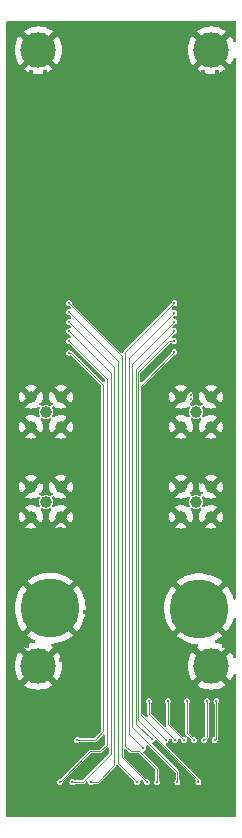
<source format=gbr>
%TF.GenerationSoftware,KiCad,Pcbnew,8.0.3*%
%TF.CreationDate,2024-07-19T06:24:09-07:00*%
%TF.ProjectId,wide_v1_4_layer,77696465-5f76-4315-9f34-5f6c61796572,V1*%
%TF.SameCoordinates,Original*%
%TF.FileFunction,Copper,L4,Bot*%
%TF.FilePolarity,Positive*%
%FSLAX46Y46*%
G04 Gerber Fmt 4.6, Leading zero omitted, Abs format (unit mm)*
G04 Created by KiCad (PCBNEW 8.0.3) date 2024-07-19 06:24:09*
%MOMM*%
%LPD*%
G01*
G04 APERTURE LIST*
%TA.AperFunction,ComponentPad*%
%ADD10C,0.990600*%
%TD*%
%TA.AperFunction,ComponentPad*%
%ADD11C,3.000000*%
%TD*%
%TA.AperFunction,ComponentPad*%
%ADD12C,5.000000*%
%TD*%
%TA.AperFunction,ViaPad*%
%ADD13C,0.300000*%
%TD*%
%TA.AperFunction,ViaPad*%
%ADD14C,0.400000*%
%TD*%
%TA.AperFunction,ViaPad*%
%ADD15C,0.500000*%
%TD*%
%TA.AperFunction,Conductor*%
%ADD16C,0.099000*%
%TD*%
%TA.AperFunction,Conductor*%
%ADD17C,0.099060*%
%TD*%
G04 APERTURE END LIST*
D10*
%TO.P,SMP2,*%
%TO.N,Net-(C2-Pad1)*%
X72390000Y-104140000D03*
%TO.P,SMP2,2,2*%
%TO.N,GND*%
X71120000Y-105410000D03*
%TO.P,SMP2,3,3*%
X73660000Y-105410000D03*
%TO.P,SMP2,4,4*%
X73660000Y-102870000D03*
%TO.P,SMP2,5,5*%
X71120000Y-102870000D03*
%TD*%
%TO.P,SMP3,1,1*%
%TO.N,Net-(R3-Pad1)*%
X85090000Y-104140000D03*
%TO.P,SMP3,2,2*%
%TO.N,GND*%
X83820000Y-105410000D03*
%TO.P,SMP3,3,3*%
X86360000Y-105410000D03*
%TO.P,SMP3,4,4*%
X86360000Y-102870000D03*
%TO.P,SMP3,5,5*%
X83820000Y-102870000D03*
%TD*%
D11*
%TO.P,,*%
%TO.N,GND*%
X86390000Y-125660000D03*
%TD*%
D12*
%TO.P,,*%
%TO.N,GND*%
X85375000Y-120800000D03*
%TD*%
D11*
%TO.P,,*%
%TO.N,GND*%
X71740000Y-125660000D03*
%TD*%
D10*
%TO.P,SMP1,1,1*%
%TO.N,Net-(C1-Pad1)*%
X72390000Y-111760000D03*
%TO.P,SMP1,2,2*%
%TO.N,GND*%
X71120000Y-113030000D03*
%TO.P,SMP1,3,3*%
X73660000Y-113030000D03*
%TO.P,SMP1,4,4*%
X73660000Y-110490000D03*
%TO.P,SMP1,5,5*%
X71120000Y-110490000D03*
%TD*%
D11*
%TO.P,,*%
%TO.N,GND*%
X71740000Y-73510000D03*
%TD*%
D10*
%TO.P,SMP4,1,1*%
%TO.N,Net-(R4-Pad1)*%
X85090000Y-111760000D03*
%TO.P,SMP4,2,2*%
%TO.N,GND*%
X83820000Y-113030000D03*
%TO.P,SMP4,3,3*%
X86360000Y-113030000D03*
%TO.P,SMP4,4,4*%
X86360000Y-110490000D03*
%TO.P,SMP4,5,5*%
X83820000Y-110490000D03*
%TD*%
D11*
%TO.P,,*%
%TO.N,GND*%
X86390000Y-73510000D03*
%TD*%
D12*
%TO.P,,*%
%TO.N,GND*%
X72740000Y-120760000D03*
%TD*%
D13*
%TO.N,GND*%
X72940000Y-103500000D03*
X71890000Y-103460000D03*
%TO.N,unconnected-(ZIF1-Pad13)*%
X73550000Y-135480000D03*
X74334900Y-98138210D03*
%TO.N,Net-(Sample1-Pad15)*%
X74334900Y-97325410D03*
X74625200Y-135483600D03*
%TO.N,Net-(Sample1-Pad16)*%
X75031600Y-131927600D03*
X74327100Y-99130000D03*
%TO.N,Net-(Sample1-Pad17)*%
X74328700Y-96512799D03*
X76200000Y-135483600D03*
%TO.N,unconnected-(ZIF1-Pad27)*%
X74328700Y-95700000D03*
X80118000Y-135483600D03*
%TO.N,31*%
X81788001Y-135483600D03*
X83265665Y-94899980D03*
%TO.N,32*%
X83265665Y-95749990D03*
X80619600Y-132588000D03*
%TO.N,33*%
X83260400Y-96499980D03*
X83515200Y-135483600D03*
%TO.N,34*%
X81328043Y-131879557D03*
X83260400Y-97299990D03*
%TO.N,35*%
X83260400Y-98150790D03*
X85293201Y-135483600D03*
%TO.N,36*%
X83260400Y-99090000D03*
X82524600Y-131902200D03*
%TO.N,52*%
X86817200Y-128625600D03*
X86664800Y-131927600D03*
%TO.N,Net-(Sample1-Pad40)*%
X81127600Y-128625600D03*
X83312000Y-131927600D03*
%TO.N,Net-(Sample1-Pad42)*%
X82702400Y-128625600D03*
X84074000Y-131927600D03*
%TO.N,Net-(Sample1-Pad44)*%
X84328000Y-128625600D03*
X84937600Y-131927600D03*
%TO.N,Net-(Sample1-Pad46)*%
X85750400Y-131927600D03*
X86004400Y-128625600D03*
D14*
%TO.N,GND*%
X86537800Y-111734600D03*
D13*
X73758000Y-94340000D03*
X75120000Y-105249000D03*
D14*
X81762600Y-129489200D03*
D13*
X86160000Y-96387000D03*
X69220000Y-83110000D03*
D14*
X88050000Y-80020000D03*
X86610000Y-98910000D03*
D13*
X88110000Y-97326600D03*
X73650000Y-100970000D03*
D14*
X81110000Y-106260000D03*
X70517200Y-76543200D03*
D13*
X83510000Y-94350000D03*
X72280000Y-109480000D03*
D14*
X70550000Y-127510000D03*
D13*
X87194000Y-97700000D03*
D14*
X71500000Y-89050000D03*
X72974200Y-134416800D03*
X72317200Y-75343200D03*
X86335600Y-92391600D03*
X84772800Y-137845800D03*
D15*
X83814000Y-93300000D03*
D13*
X74193000Y-92250000D03*
D14*
X86334600Y-107035600D03*
D13*
X74139000Y-94340000D03*
D14*
X73590000Y-114100000D03*
X88070000Y-105880000D03*
D13*
X73950000Y-101270000D03*
D14*
X81680000Y-113080000D03*
X72315400Y-108779800D03*
D13*
X71570000Y-94750000D03*
X70440000Y-93480000D03*
X75120000Y-104074400D03*
X81650000Y-108810000D03*
X87190000Y-101480000D03*
X74170000Y-104161000D03*
D14*
X69480000Y-107320000D03*
D13*
X87560600Y-94806000D03*
D14*
X74938800Y-123500200D03*
D13*
X76020000Y-109810000D03*
D14*
X85000000Y-124000000D03*
X78896400Y-78820000D03*
D13*
X73812000Y-92250000D03*
X72260000Y-96018000D03*
D14*
X82000000Y-120400000D03*
D13*
X88100000Y-98955000D03*
X72669000Y-92250000D03*
X69400000Y-96563400D03*
X82370000Y-105114600D03*
D14*
X76490000Y-105190000D03*
D13*
X86640000Y-99840000D03*
X69410000Y-99309400D03*
X83290000Y-106580000D03*
D14*
X72470000Y-107360000D03*
D13*
X88110000Y-96209000D03*
X72390000Y-101070000D03*
D14*
X84496800Y-75343200D03*
X71145400Y-111709200D03*
X82310000Y-121320000D03*
D13*
X82370000Y-104733600D03*
X72260000Y-98670000D03*
D14*
X71805800Y-107924600D03*
D13*
X88110000Y-96590000D03*
D14*
X82569200Y-76543200D03*
D13*
X86160000Y-97149000D03*
D14*
X78296400Y-80020000D03*
D13*
X86160000Y-98658000D03*
X71549400Y-92406000D03*
X80720000Y-109760000D03*
X76210000Y-107440000D03*
D14*
X73793200Y-137845800D03*
X88030000Y-108940000D03*
D13*
X69410000Y-97785400D03*
D14*
X69860000Y-88090000D03*
D13*
X84640000Y-111000000D03*
D14*
X82572400Y-81030000D03*
X77096400Y-80020000D03*
D13*
X87194000Y-98900000D03*
X85450000Y-109700000D03*
X86160000Y-97885600D03*
X84310000Y-101930000D03*
D14*
X73496600Y-104052800D03*
D13*
X85240000Y-97897600D03*
D14*
X83388200Y-111861600D03*
X81460000Y-95020000D03*
X87960000Y-127670000D03*
X70793200Y-136645800D03*
D13*
X76550000Y-107770000D03*
X71310000Y-97040000D03*
X86160000Y-97530000D03*
D14*
X86900200Y-93055800D03*
X76546400Y-81030000D03*
D13*
X85240000Y-96018000D03*
X69410000Y-98166400D03*
D14*
X74696400Y-80020000D03*
D13*
X69410000Y-100452400D03*
D14*
X71393200Y-137845800D03*
D13*
X73050000Y-92250000D03*
X75520000Y-108060000D03*
D14*
X71670400Y-78820000D03*
D15*
X73780000Y-93300000D03*
D13*
X71310000Y-97776600D03*
X69400000Y-95420400D03*
D14*
X81369200Y-76543200D03*
D13*
X85470000Y-100780000D03*
D14*
X76020000Y-94000000D03*
D13*
X81670000Y-109760000D03*
X86620000Y-95190000D03*
X70719400Y-93226000D03*
X73431000Y-92250000D03*
D14*
X78946400Y-81030000D03*
D13*
X74530000Y-101880000D03*
X70400000Y-96582400D03*
X87194000Y-97344400D03*
X88110000Y-95447000D03*
D14*
X78619200Y-137845800D03*
D13*
X85240000Y-98289000D03*
D14*
X70097800Y-135585200D03*
X74120400Y-81030000D03*
D13*
X70330000Y-101180000D03*
X88100000Y-101596600D03*
X70950000Y-94390000D03*
D14*
X73660000Y-125120000D03*
D13*
X80720000Y-110159000D03*
X85330000Y-92550000D03*
X71310000Y-98549000D03*
D14*
X82780000Y-114580000D03*
X74070400Y-78820000D03*
X69725400Y-91392200D03*
X88050000Y-111090000D03*
X78343200Y-77743200D03*
D13*
X72400600Y-93884000D03*
D14*
X85096800Y-76543200D03*
X70193200Y-137845800D03*
X86640000Y-96030000D03*
D13*
X71310000Y-99311000D03*
D14*
X80172400Y-81030000D03*
X83281200Y-116000200D03*
X83000000Y-116900000D03*
X83169200Y-75343200D03*
D13*
X72870000Y-108910000D03*
X80720000Y-108920000D03*
X70400000Y-96201400D03*
D14*
X88050000Y-112960000D03*
D13*
X70400000Y-98138000D03*
D14*
X86300000Y-81030000D03*
X76464600Y-106434600D03*
D13*
X87194000Y-98138000D03*
X87194000Y-96582400D03*
D14*
X79410000Y-96584800D03*
D13*
X73020000Y-94620000D03*
D14*
X72317200Y-77743200D03*
D13*
X72110000Y-100780000D03*
X83290000Y-106140000D03*
X69400000Y-97300000D03*
X75120000Y-104430000D03*
D14*
X73660000Y-111683800D03*
X70024400Y-90143800D03*
X81924800Y-116209800D03*
X69500000Y-123490000D03*
X71297800Y-135585200D03*
X76219200Y-137845800D03*
D13*
X87194000Y-95820400D03*
D14*
X75960000Y-116530000D03*
X75900000Y-105770400D03*
X76010000Y-120320000D03*
D13*
X72260000Y-99480000D03*
D14*
X84496800Y-77743200D03*
X71221600Y-107061000D03*
D13*
X83944000Y-100970000D03*
X69400000Y-96944400D03*
X88110000Y-96971000D03*
X74170000Y-104542000D03*
D14*
X85372800Y-136645800D03*
X87772800Y-136645800D03*
D13*
X87194000Y-98519000D03*
X74170000Y-103780000D03*
D14*
X72339200Y-105968800D03*
D13*
X84990000Y-92270000D03*
D14*
X80769200Y-75343200D03*
X72917200Y-76543200D03*
D13*
X69410000Y-101570000D03*
D14*
X71070400Y-80020000D03*
X76100000Y-122000000D03*
D13*
X86160000Y-99039000D03*
D14*
X75619200Y-136645800D03*
X83960000Y-107220000D03*
D13*
X87840000Y-95060000D03*
X83064000Y-101880000D03*
X84940000Y-101420000D03*
D14*
X87149000Y-90868000D03*
D13*
X83782000Y-92250000D03*
X73080000Y-100400000D03*
D14*
X75296400Y-78820000D03*
D13*
X85540000Y-110130000D03*
D14*
X72920400Y-81030000D03*
D13*
X81640000Y-106990000D03*
X72880000Y-111080000D03*
X73360000Y-100690000D03*
D14*
X74850000Y-114420000D03*
D13*
X70998800Y-92972000D03*
X70400000Y-95820400D03*
X72790000Y-100120000D03*
D14*
X85696800Y-77743200D03*
X87450000Y-78820000D03*
X72188600Y-116693200D03*
D13*
X75120000Y-104868000D03*
X83401000Y-92250000D03*
D14*
X87090000Y-106560000D03*
D13*
X86160000Y-95625000D03*
D14*
X81969200Y-77743200D03*
X70637400Y-108000800D03*
D13*
X72510000Y-99830000D03*
X72260000Y-95620000D03*
X82250000Y-106360000D03*
X87194000Y-99255600D03*
D14*
X80722400Y-80020000D03*
D13*
X76950000Y-110580000D03*
D14*
X86334600Y-108889800D03*
D13*
X72030000Y-109790000D03*
D14*
X77143200Y-77743200D03*
X70589000Y-90808000D03*
D13*
X72260000Y-97897600D03*
D14*
X85696800Y-75343200D03*
X76543200Y-76543200D03*
X72870400Y-78820000D03*
D13*
X69400000Y-95801400D03*
X84804000Y-100120000D03*
X75240000Y-106450000D03*
X69410000Y-101214400D03*
X71310000Y-96278000D03*
D14*
X87000000Y-109390000D03*
X75660000Y-117500000D03*
X78943200Y-76543200D03*
X79569200Y-77743200D03*
D13*
X84234000Y-100690000D03*
X83020000Y-92250000D03*
D14*
X88096800Y-77743200D03*
X83169200Y-77743200D03*
X69480000Y-113120000D03*
D13*
X76950000Y-109380000D03*
D14*
X84172600Y-117700000D03*
X77419200Y-137845800D03*
X88096800Y-75343200D03*
D13*
X76950000Y-108960000D03*
D14*
X81969200Y-75343200D03*
X82845200Y-136645800D03*
X69430000Y-127510000D03*
D13*
X73270000Y-101930000D03*
D14*
X85650000Y-80020000D03*
D13*
X87194000Y-96963400D03*
D14*
X87757000Y-135585200D03*
X87500000Y-118000000D03*
D13*
X84160000Y-108850000D03*
D14*
X73583800Y-107035600D03*
D15*
X84900000Y-93660000D03*
D14*
X77970000Y-96564800D03*
D13*
X69410000Y-100071400D03*
X72260000Y-98289000D03*
D14*
X73126600Y-124028200D03*
X74850000Y-113327800D03*
D13*
X84340000Y-94570000D03*
X71310000Y-95897000D03*
D14*
X87500000Y-81030000D03*
D13*
X75180000Y-107730000D03*
X69400000Y-96182400D03*
X84570000Y-92250000D03*
D14*
X82360000Y-113280000D03*
D13*
X85240000Y-96780000D03*
D14*
X81045200Y-137845800D03*
D13*
X84690000Y-102250000D03*
X88250000Y-84390000D03*
D15*
X85350000Y-94090000D03*
D14*
X84450000Y-80020000D03*
D13*
X75120000Y-106050000D03*
D15*
X84394000Y-93300000D03*
D14*
X88050000Y-92680000D03*
X76020000Y-93080000D03*
D13*
X74840000Y-107390000D03*
D14*
X86610000Y-97990000D03*
D13*
X80730000Y-107990000D03*
X75120000Y-102931400D03*
D14*
X79522400Y-80020000D03*
X72747400Y-115753400D03*
X80169200Y-76543200D03*
X87810000Y-113850000D03*
D13*
X71310000Y-96659000D03*
D14*
X85700000Y-116200000D03*
D13*
X88100000Y-100098000D03*
X83074000Y-94340000D03*
X80720000Y-109340000D03*
D14*
X74743200Y-77743200D03*
D13*
X72288000Y-92250000D03*
X70830000Y-99920000D03*
X70400000Y-97344400D03*
X69210000Y-84400000D03*
X76840000Y-108080000D03*
X85820000Y-101970000D03*
X69400000Y-95039400D03*
X88100000Y-99336000D03*
D14*
X87172800Y-137845800D03*
X77143200Y-75343200D03*
D13*
X72260000Y-99099000D03*
D14*
X75943200Y-77743200D03*
X85100000Y-81030000D03*
X80880000Y-96530000D03*
D13*
X74120000Y-109720000D03*
D14*
X71528800Y-91392200D03*
D13*
X85240000Y-96399000D03*
D14*
X87496800Y-76543200D03*
X87930000Y-89090000D03*
D13*
X82370000Y-103559000D03*
X85240000Y-97542000D03*
X84690000Y-101740000D03*
X84850000Y-109120000D03*
X86451200Y-93732000D03*
X86160000Y-99775600D03*
D14*
X87980000Y-123040000D03*
X83722400Y-78820000D03*
X74850000Y-112286400D03*
X71720400Y-81030000D03*
D13*
X70540000Y-99640000D03*
X72260000Y-97161000D03*
D14*
X81490000Y-93980000D03*
D13*
X82370000Y-105915600D03*
D14*
X87174400Y-88531200D03*
X75800000Y-118500000D03*
D13*
X81700000Y-108270000D03*
X70400000Y-97700000D03*
X82370000Y-103178000D03*
D14*
X86896800Y-77743200D03*
X79845200Y-137845800D03*
D13*
X74574000Y-92250000D03*
X71110000Y-100220000D03*
D14*
X86250000Y-78820000D03*
D13*
X69410000Y-98547400D03*
D15*
X86180000Y-94920000D03*
D13*
X85150000Y-109380000D03*
X82700000Y-107270000D03*
D14*
X86893400Y-104140000D03*
D13*
X84560000Y-108880000D03*
D14*
X83769200Y-76543200D03*
X88100000Y-107020000D03*
X70410600Y-115728000D03*
X85191600Y-113004600D03*
D13*
X88100000Y-98574000D03*
X88100000Y-97812000D03*
X87010000Y-94240000D03*
D14*
X75346400Y-81030000D03*
X86584400Y-90203800D03*
D13*
X86930000Y-95470000D03*
X76950000Y-110199000D03*
X70400000Y-99255600D03*
X86180000Y-93420000D03*
D14*
X87500000Y-124000000D03*
X69720000Y-92840000D03*
X81922400Y-80020000D03*
X69450000Y-115110000D03*
X74380000Y-124440000D03*
D13*
X88100000Y-100479000D03*
D14*
X86893400Y-107950000D03*
D13*
X72329000Y-93160000D03*
X85240000Y-98670000D03*
D14*
X73517200Y-75343200D03*
X85130000Y-107310000D03*
X71221600Y-108864400D03*
X85006200Y-117100000D03*
D13*
X82764000Y-102180000D03*
D14*
X81372400Y-81030000D03*
X77743200Y-76543200D03*
D15*
X73200000Y-93300000D03*
D14*
X86260000Y-89090000D03*
D13*
X85600000Y-102340000D03*
X70330000Y-101610000D03*
X74220000Y-106710000D03*
D14*
X72288400Y-112953800D03*
D13*
X71310000Y-99666600D03*
D14*
X86572800Y-136645800D03*
D13*
X73280000Y-108800000D03*
X82370000Y-104295600D03*
X69230000Y-81940000D03*
X75120000Y-105630000D03*
D14*
X73517200Y-77743200D03*
D13*
X81670000Y-110159000D03*
D14*
X87140000Y-114390000D03*
X86758800Y-116007800D03*
X81968200Y-122085600D03*
D13*
X88100000Y-101241000D03*
D14*
X70520400Y-81030000D03*
X69430000Y-120980000D03*
X71117200Y-77743200D03*
D13*
X86040000Y-100210000D03*
X86730600Y-93986000D03*
X70400000Y-95439400D03*
D14*
X86285400Y-91452200D03*
X88088800Y-91452200D03*
D13*
X71940000Y-110170000D03*
D14*
X79569200Y-75343200D03*
D13*
X84163000Y-92250000D03*
D14*
X83122400Y-80020000D03*
D13*
X85084000Y-99830000D03*
D14*
X81645200Y-136645800D03*
D13*
X76020000Y-110590000D03*
X86930000Y-99530000D03*
X70400000Y-98900000D03*
X74240000Y-101550000D03*
D14*
X83388200Y-107924600D03*
D13*
X86160000Y-98277000D03*
D15*
X83194000Y-93300000D03*
D14*
X69410000Y-118970000D03*
D13*
X71310000Y-95135000D03*
D14*
X69480000Y-109420000D03*
D13*
X75120000Y-103693400D03*
X69240000Y-87110000D03*
D14*
X70789800Y-124002800D03*
D13*
X81020000Y-107620000D03*
D14*
X86200000Y-117600000D03*
X84556600Y-107924600D03*
D13*
X70400000Y-95058400D03*
D14*
X76819200Y-136645800D03*
D13*
X82474000Y-102460000D03*
X85240000Y-99099000D03*
D14*
X73179200Y-116667800D03*
X84000000Y-124500000D03*
X71717200Y-76543200D03*
X80122400Y-78820000D03*
X85115400Y-105841800D03*
D13*
X71910000Y-92230000D03*
X69410000Y-100833400D03*
X74830000Y-102180000D03*
X83354000Y-101550000D03*
D14*
X70586600Y-104165400D03*
D13*
X69220000Y-85750000D03*
X75120000Y-103312400D03*
D14*
X70665200Y-91976400D03*
X80769200Y-77743200D03*
D13*
X86160000Y-99420000D03*
D14*
X75010000Y-110290000D03*
D13*
X70640000Y-94710000D03*
D14*
X83772400Y-81030000D03*
X82522400Y-78820000D03*
D13*
X88100000Y-98193000D03*
X83300000Y-104049000D03*
D14*
X87620000Y-115310000D03*
X69917200Y-77743200D03*
D13*
X70360000Y-100800000D03*
X72440000Y-95220000D03*
D14*
X83445200Y-137845800D03*
D13*
X82370000Y-103940000D03*
D14*
X69480000Y-111180000D03*
X75668200Y-121085600D03*
D13*
X71820000Y-100500000D03*
X72680000Y-93630000D03*
D14*
X73888200Y-115735600D03*
X75578200Y-119405600D03*
X85370000Y-108630000D03*
X73050400Y-107950000D03*
D13*
X73350000Y-94350000D03*
X88100000Y-99717000D03*
X76950000Y-109800000D03*
D14*
X70994800Y-116693200D03*
X74743200Y-75343200D03*
D13*
X83300000Y-104430000D03*
D14*
X70470400Y-78820000D03*
X75943200Y-75343200D03*
X86850000Y-80020000D03*
D13*
X74520000Y-94340000D03*
D14*
X70390000Y-122990000D03*
X70461400Y-117683800D03*
X78343200Y-75343200D03*
D13*
X83030000Y-106930000D03*
X69889400Y-94046000D03*
X72260000Y-96399000D03*
D14*
X77970000Y-97530000D03*
D13*
X82370000Y-105495600D03*
D14*
X82163000Y-115479800D03*
X81322400Y-78820000D03*
X69870400Y-80020000D03*
X76660000Y-96520000D03*
D15*
X74400000Y-93300000D03*
D13*
X88280000Y-87100000D03*
D14*
X87174400Y-89623400D03*
D13*
X85640000Y-103510000D03*
X82370000Y-107610000D03*
D14*
X87840000Y-93640000D03*
X75390000Y-122690000D03*
X76496400Y-78820000D03*
X74419200Y-136645800D03*
X82243000Y-117095400D03*
X85801200Y-107950000D03*
D13*
X72129400Y-94196000D03*
D14*
X77746400Y-81030000D03*
D13*
X87190000Y-101030000D03*
D14*
X69430000Y-105560000D03*
X84060000Y-104130000D03*
X71444200Y-90298400D03*
D13*
X83644000Y-101270000D03*
X75870000Y-107100000D03*
X72980000Y-101650000D03*
D14*
X87300000Y-117200000D03*
D13*
X80720000Y-108490000D03*
X72710000Y-93160000D03*
X85900600Y-93166000D03*
X83750000Y-108850000D03*
D14*
X86557000Y-135585200D03*
D13*
X85240000Y-97161000D03*
D14*
X86896800Y-75343200D03*
D13*
X71910000Y-93420000D03*
D14*
X69700000Y-89030000D03*
D13*
X71310000Y-98930000D03*
D14*
X86296800Y-76543200D03*
X75880000Y-114580000D03*
X80445200Y-136645800D03*
D13*
X74120000Y-108800000D03*
X75120000Y-102460000D03*
X71900000Y-111090000D03*
X69610000Y-94300000D03*
D14*
X70614400Y-88471200D03*
D13*
X84700000Y-103060000D03*
D14*
X75670000Y-113100000D03*
X82400000Y-123000000D03*
D13*
X85240000Y-99480000D03*
D14*
X69410000Y-125140000D03*
X84172800Y-136645800D03*
D13*
X84680000Y-94910000D03*
D14*
X85050000Y-78820000D03*
D13*
X69410000Y-98928400D03*
X86160000Y-96006000D03*
D14*
X71993200Y-136645800D03*
X77696400Y-78820000D03*
D13*
X76020000Y-110209000D03*
X84500000Y-100400000D03*
X69410000Y-99690400D03*
X75790000Y-108350000D03*
D14*
X81135400Y-105015400D03*
X85972800Y-137845800D03*
D13*
X72260000Y-96780000D03*
D15*
X85780000Y-94490000D03*
D14*
X70969400Y-114839000D03*
X69917200Y-75343200D03*
X75440000Y-111290000D03*
D13*
X88270000Y-81930000D03*
X71310000Y-95516000D03*
D14*
X82340000Y-119570000D03*
D13*
X85240000Y-95620000D03*
X71270000Y-92660000D03*
D14*
X81734800Y-114479800D03*
X88004200Y-90358400D03*
X72188600Y-114839000D03*
D13*
X87200000Y-100580000D03*
X71310000Y-98168000D03*
D14*
X75019200Y-137845800D03*
D13*
X81670000Y-110540000D03*
X81960000Y-106670000D03*
X86160000Y-96768000D03*
D14*
X72593200Y-137845800D03*
X71655200Y-115753400D03*
D13*
X74170000Y-106280000D03*
X74520000Y-107060000D03*
X85760000Y-100500000D03*
D14*
X73788800Y-117683800D03*
D13*
X85620000Y-92860000D03*
X88100000Y-100860000D03*
X70400000Y-96963400D03*
D14*
X70614400Y-89563400D03*
X72270400Y-80020000D03*
X78019200Y-136645800D03*
D13*
X84650000Y-103470000D03*
X71850000Y-94450000D03*
D14*
X74320000Y-116650000D03*
D13*
X83950000Y-94360000D03*
X88260000Y-85740000D03*
D14*
X75896400Y-80020000D03*
D13*
X71540000Y-100210000D03*
D14*
X86200000Y-115245800D03*
X73193200Y-136645800D03*
D13*
X85200000Y-101100000D03*
X76950000Y-108530000D03*
D14*
X83944800Y-115300000D03*
D13*
X84700000Y-102680000D03*
D14*
X79410000Y-97550000D03*
D13*
X71310000Y-97421000D03*
X73700000Y-108800000D03*
D14*
X75528200Y-115615600D03*
X81490000Y-93060000D03*
D13*
X72730000Y-94910000D03*
X88260000Y-83100000D03*
X70400000Y-98519000D03*
X72680000Y-101350000D03*
D14*
X70290000Y-113930000D03*
X84900000Y-115100000D03*
D13*
X82020000Y-107950000D03*
X88110000Y-95828000D03*
D14*
X83431400Y-114153600D03*
D13*
X82370000Y-102797000D03*
X87194000Y-96201400D03*
D14*
X82360000Y-111146400D03*
D13*
X81340000Y-107300000D03*
X83300000Y-103668000D03*
X71260000Y-94080000D03*
D14*
X75343200Y-76543200D03*
X79245200Y-136645800D03*
D13*
X69400000Y-94658400D03*
X80720000Y-110540000D03*
D14*
X81700000Y-105679600D03*
X83500000Y-123500000D03*
X87225200Y-92036400D03*
D13*
X72260000Y-97542000D03*
X76030000Y-108710000D03*
D14*
X71117200Y-75343200D03*
D13*
X70168800Y-93792000D03*
D14*
X86640000Y-96950000D03*
D13*
X72580000Y-109210000D03*
D14*
X69430000Y-117070000D03*
X73470400Y-80020000D03*
X74142600Y-107950000D03*
X82245200Y-137845800D03*
D13*
X71570000Y-93760000D03*
X85570000Y-111010000D03*
X87281200Y-94552000D03*
D14*
X74117200Y-76543200D03*
D13*
X75550000Y-106770000D03*
D14*
X75990000Y-95040000D03*
D13*
%TO.N,Net-(Sample1-Pad25)*%
X74330000Y-94910000D03*
X80930000Y-135480000D03*
%TD*%
D16*
%TO.N,unconnected-(ZIF1-Pad13)*%
X77540000Y-101343310D02*
X74334900Y-98138210D01*
X76143300Y-132886700D02*
X76983300Y-132886700D01*
X73550000Y-135480000D02*
X76143300Y-132886700D01*
X77540000Y-132330000D02*
X77540000Y-101343310D01*
X76983300Y-132886700D02*
X77540000Y-132330000D01*
D17*
%TO.N,Net-(Sample1-Pad15)*%
X75506400Y-135483600D02*
X77870000Y-133120000D01*
X77870000Y-133120000D02*
X77870000Y-100860510D01*
X74625200Y-135483600D02*
X75506400Y-135483600D01*
X77870000Y-100860510D02*
X74334900Y-97325410D01*
%TO.N,Net-(Sample1-Pad16)*%
X76510929Y-131927600D02*
X77240000Y-131198529D01*
X77240000Y-131198529D02*
X77240000Y-101862100D01*
X74507900Y-99130000D02*
X74327100Y-99130000D01*
X75031600Y-131927600D02*
X76510929Y-131927600D01*
X77240000Y-101862100D02*
X74507900Y-99130000D01*
%TO.N,Net-(Sample1-Pad17)*%
X78180000Y-100364099D02*
X74328700Y-96512799D01*
X78180000Y-134069011D02*
X78180000Y-100364099D01*
X76765411Y-135483600D02*
X78180000Y-134069011D01*
X76200000Y-135483600D02*
X76765411Y-135483600D01*
D16*
%TO.N,unconnected-(ZIF1-Pad27)*%
X78500000Y-133865600D02*
X78500000Y-99871300D01*
X78500000Y-99871300D02*
X74328700Y-95700000D01*
X80118000Y-135483600D02*
X78500000Y-133865600D01*
D17*
%TO.N,31*%
X79112820Y-99052825D02*
X83265665Y-94899980D01*
X79112820Y-132430000D02*
X79112820Y-99052825D01*
X79552820Y-132870000D02*
X79112820Y-132430000D01*
X81788001Y-135483600D02*
X81788001Y-134368001D01*
X80290000Y-132870000D02*
X79552820Y-132870000D01*
X81788001Y-134368001D02*
X80290000Y-132870000D01*
%TO.N,32*%
X79411880Y-131380280D02*
X79411880Y-99603775D01*
X80619600Y-132588000D02*
X79411880Y-131380280D01*
X79411880Y-99603775D02*
X83265665Y-95749990D01*
%TO.N,33*%
X79710940Y-130815740D02*
X83515200Y-134620000D01*
X83260400Y-96499980D02*
X79710940Y-100049440D01*
X79710940Y-100049440D02*
X79710940Y-130815740D01*
X83515200Y-134620000D02*
X83515200Y-135483600D01*
%TO.N,34*%
X81328043Y-131879557D02*
X81328043Y-131874043D01*
X81328043Y-131874043D02*
X80010000Y-130556000D01*
X80010000Y-100550390D02*
X83260400Y-97299990D01*
X80010000Y-130556000D02*
X80010000Y-100550390D01*
%TO.N,35*%
X85293201Y-135483600D02*
X85293201Y-135280401D01*
X80209060Y-100774930D02*
X82833200Y-98150790D01*
X85293201Y-135280401D02*
X80209060Y-130196260D01*
X82833200Y-98150790D02*
X83260400Y-98150790D01*
X80209060Y-130196260D02*
X80209060Y-100774930D01*
%TO.N,36*%
X82524600Y-131902200D02*
X80408120Y-129785720D01*
X80408120Y-129785720D02*
X80408120Y-101942280D01*
X80408120Y-101942280D02*
X83260400Y-99090000D01*
%TO.N,52*%
X86664800Y-131927600D02*
X86817200Y-131775200D01*
X86817200Y-131775200D02*
X86817200Y-128625600D01*
%TO.N,Net-(Sample1-Pad40)*%
X83312000Y-131927600D02*
X81127600Y-129743200D01*
X81127600Y-129743200D02*
X81127600Y-128625600D01*
%TO.N,Net-(Sample1-Pad42)*%
X84074000Y-131927600D02*
X82702400Y-130556000D01*
X82702400Y-130556000D02*
X82702400Y-128625600D01*
%TO.N,Net-(Sample1-Pad44)*%
X84328000Y-131318000D02*
X84328000Y-128625600D01*
X84937600Y-131927600D02*
X84328000Y-131318000D01*
%TO.N,Net-(Sample1-Pad46)*%
X85750400Y-131927600D02*
X86004400Y-131673600D01*
X86004400Y-131673600D02*
X86004400Y-128625600D01*
D16*
%TO.N,Net-(Sample1-Pad25)*%
X78810000Y-133360000D02*
X78810000Y-99390000D01*
X78810000Y-99390000D02*
X74330000Y-94910000D01*
X80930000Y-135480000D02*
X78810000Y-133360000D01*
%TD*%
%TA.AperFunction,Conductor*%
%TO.N,GND*%
G36*
X88436939Y-71026505D02*
G01*
X88482694Y-71079309D01*
X88493900Y-71130820D01*
X88493900Y-72740442D01*
X88474215Y-72807481D01*
X88421411Y-72853236D01*
X88352253Y-72863180D01*
X88288697Y-72834155D01*
X88253718Y-72783776D01*
X88213908Y-72677041D01*
X88076808Y-72425961D01*
X88076807Y-72425960D01*
X87970115Y-72283436D01*
X87288621Y-72964930D01*
X87205589Y-72840664D01*
X87059336Y-72694411D01*
X86935068Y-72611378D01*
X87616562Y-71929883D01*
X87616561Y-71929882D01*
X87474046Y-71823196D01*
X87474038Y-71823191D01*
X87222957Y-71686091D01*
X87222958Y-71686091D01*
X86954895Y-71586109D01*
X86675362Y-71525300D01*
X86390001Y-71504891D01*
X86389999Y-71504891D01*
X86104637Y-71525300D01*
X85825104Y-71586109D01*
X85557041Y-71686091D01*
X85305961Y-71823191D01*
X85305953Y-71823196D01*
X85163437Y-71929882D01*
X85163436Y-71929883D01*
X85844931Y-72611378D01*
X85720664Y-72694411D01*
X85574411Y-72840664D01*
X85491378Y-72964931D01*
X84809883Y-72283436D01*
X84809882Y-72283437D01*
X84703196Y-72425953D01*
X84703191Y-72425961D01*
X84566091Y-72677041D01*
X84466109Y-72945104D01*
X84405300Y-73224637D01*
X84384891Y-73509998D01*
X84384891Y-73510001D01*
X84405300Y-73795362D01*
X84466109Y-74074895D01*
X84566091Y-74342958D01*
X84703191Y-74594038D01*
X84703196Y-74594046D01*
X84809882Y-74736561D01*
X84809883Y-74736562D01*
X85491377Y-74055067D01*
X85574411Y-74179336D01*
X85720664Y-74325589D01*
X85844930Y-74408621D01*
X85163436Y-75090115D01*
X85305960Y-75196807D01*
X85305961Y-75196808D01*
X85557042Y-75333908D01*
X85557041Y-75333908D01*
X85825104Y-75433890D01*
X86104637Y-75494699D01*
X86389999Y-75515109D01*
X86390001Y-75515109D01*
X86675362Y-75494699D01*
X86954895Y-75433890D01*
X87222958Y-75333908D01*
X87474047Y-75196803D01*
X87616561Y-75090116D01*
X87616562Y-75090115D01*
X86935068Y-74408621D01*
X87059336Y-74325589D01*
X87205589Y-74179336D01*
X87288621Y-74055068D01*
X87970115Y-74736562D01*
X87970116Y-74736561D01*
X88076803Y-74594047D01*
X88213908Y-74342957D01*
X88213910Y-74342953D01*
X88253718Y-74236224D01*
X88295589Y-74180290D01*
X88361054Y-74155873D01*
X88429327Y-74170725D01*
X88478732Y-74220130D01*
X88493900Y-74279557D01*
X88493900Y-119911178D01*
X88474215Y-119978217D01*
X88421411Y-120023972D01*
X88352253Y-120033916D01*
X88288697Y-120004891D01*
X88251109Y-119946742D01*
X88198854Y-119772199D01*
X88060444Y-119451329D01*
X88060438Y-119451316D01*
X87885710Y-119148677D01*
X87677032Y-118868374D01*
X87668850Y-118859702D01*
X86954919Y-119573632D01*
X86881906Y-119478479D01*
X86696521Y-119293094D01*
X86601366Y-119220079D01*
X87312180Y-118509265D01*
X87312179Y-118509264D01*
X87169519Y-118389557D01*
X86877538Y-118197519D01*
X86565260Y-118040685D01*
X86565254Y-118040683D01*
X86236869Y-117921161D01*
X86236866Y-117921160D01*
X85896828Y-117840570D01*
X85549723Y-117800000D01*
X85200277Y-117800000D01*
X84853172Y-117840570D01*
X84853170Y-117840570D01*
X84513133Y-117921160D01*
X84513130Y-117921161D01*
X84184745Y-118040683D01*
X84184739Y-118040685D01*
X83872461Y-118197519D01*
X83580480Y-118389557D01*
X83437819Y-118509264D01*
X83437818Y-118509265D01*
X84148633Y-119220079D01*
X84053479Y-119293094D01*
X83868094Y-119478479D01*
X83795080Y-119573633D01*
X83081148Y-118859701D01*
X83081147Y-118859702D01*
X83072976Y-118868363D01*
X83072972Y-118868368D01*
X82864289Y-119148677D01*
X82689561Y-119451316D01*
X82689555Y-119451329D01*
X82551145Y-119772199D01*
X82450916Y-120106988D01*
X82450914Y-120106997D01*
X82390236Y-120451119D01*
X82390235Y-120451130D01*
X82369916Y-120799996D01*
X82369916Y-120800003D01*
X82390235Y-121148869D01*
X82390236Y-121148880D01*
X82450914Y-121493002D01*
X82450916Y-121493011D01*
X82551145Y-121827800D01*
X82689555Y-122148670D01*
X82689561Y-122148683D01*
X82864289Y-122451322D01*
X83072967Y-122731625D01*
X83081148Y-122740296D01*
X83795079Y-122026365D01*
X83868094Y-122121521D01*
X84053479Y-122306906D01*
X84148632Y-122379919D01*
X83437818Y-123090733D01*
X83437819Y-123090734D01*
X83580484Y-123210445D01*
X83872461Y-123402480D01*
X84184739Y-123559314D01*
X84184745Y-123559316D01*
X84513130Y-123678838D01*
X84513133Y-123678839D01*
X84853171Y-123759429D01*
X85182973Y-123797977D01*
X85247274Y-123825311D01*
X85286590Y-123883070D01*
X85288437Y-123952915D01*
X85252231Y-124012672D01*
X85242888Y-124020406D01*
X85163437Y-124079882D01*
X85163436Y-124079883D01*
X85844931Y-124761378D01*
X85720664Y-124844411D01*
X85574411Y-124990664D01*
X85491378Y-125114931D01*
X84809883Y-124433436D01*
X84809882Y-124433437D01*
X84703196Y-124575953D01*
X84703191Y-124575961D01*
X84566091Y-124827041D01*
X84466109Y-125095104D01*
X84405300Y-125374637D01*
X84384891Y-125659998D01*
X84384891Y-125660001D01*
X84405300Y-125945362D01*
X84466109Y-126224895D01*
X84566091Y-126492958D01*
X84703191Y-126744038D01*
X84703196Y-126744046D01*
X84809882Y-126886561D01*
X84809883Y-126886562D01*
X85491377Y-126205067D01*
X85574411Y-126329336D01*
X85720664Y-126475589D01*
X85844930Y-126558621D01*
X85163436Y-127240115D01*
X85305960Y-127346807D01*
X85305961Y-127346808D01*
X85557042Y-127483908D01*
X85557041Y-127483908D01*
X85825104Y-127583890D01*
X86104637Y-127644699D01*
X86389999Y-127665109D01*
X86390001Y-127665109D01*
X86675362Y-127644699D01*
X86954895Y-127583890D01*
X87222958Y-127483908D01*
X87474047Y-127346803D01*
X87616561Y-127240116D01*
X87616562Y-127240115D01*
X86935068Y-126558621D01*
X87059336Y-126475589D01*
X87205589Y-126329336D01*
X87288621Y-126205068D01*
X87970115Y-126886562D01*
X87970116Y-126886561D01*
X88076803Y-126744047D01*
X88213908Y-126492957D01*
X88213910Y-126492953D01*
X88253718Y-126386224D01*
X88295589Y-126330290D01*
X88361054Y-126305873D01*
X88429327Y-126320725D01*
X88478732Y-126370130D01*
X88493900Y-126429557D01*
X88493900Y-138357100D01*
X88474215Y-138424139D01*
X88421411Y-138469894D01*
X88369900Y-138481100D01*
X69160900Y-138481100D01*
X69093861Y-138461415D01*
X69048106Y-138408611D01*
X69036900Y-138357100D01*
X69036900Y-135479997D01*
X73294592Y-135479997D01*
X73294592Y-135480002D01*
X73314033Y-135577738D01*
X73314033Y-135577739D01*
X73314034Y-135577740D01*
X73369399Y-135660601D01*
X73452260Y-135715966D01*
X73484840Y-135722446D01*
X73549998Y-135735408D01*
X73550000Y-135735408D01*
X73550002Y-135735408D01*
X73598870Y-135725687D01*
X73647740Y-135715966D01*
X73730601Y-135660601D01*
X73785966Y-135577740D01*
X73805408Y-135480000D01*
X73807791Y-135468021D01*
X73811105Y-135468680D01*
X73825093Y-135421046D01*
X73841727Y-135400404D01*
X76169113Y-133073019D01*
X76230436Y-133039534D01*
X76256794Y-133036700D01*
X77013135Y-133036700D01*
X77013137Y-133036700D01*
X77068268Y-133013864D01*
X77508289Y-132573843D01*
X77569612Y-132540358D01*
X77639304Y-132545342D01*
X77695237Y-132587214D01*
X77719654Y-132652678D01*
X77719970Y-132661524D01*
X77719970Y-133006494D01*
X77700285Y-133073533D01*
X77683651Y-133094175D01*
X75480575Y-135297251D01*
X75419252Y-135330736D01*
X75392894Y-135333570D01*
X74887735Y-135333570D01*
X74820696Y-135313885D01*
X74813912Y-135308418D01*
X74727316Y-135250558D01*
X74722940Y-135247634D01*
X74722939Y-135247633D01*
X74722938Y-135247633D01*
X74625202Y-135228192D01*
X74625198Y-135228192D01*
X74527461Y-135247633D01*
X74444599Y-135302999D01*
X74389233Y-135385861D01*
X74369792Y-135483597D01*
X74369792Y-135483602D01*
X74389233Y-135581338D01*
X74389233Y-135581339D01*
X74389234Y-135581340D01*
X74444599Y-135664201D01*
X74527460Y-135719566D01*
X74560040Y-135726046D01*
X74625198Y-135739008D01*
X74625200Y-135739008D01*
X74625202Y-135739008D01*
X74674070Y-135729287D01*
X74722940Y-135719566D01*
X74805801Y-135664201D01*
X74805800Y-135664201D01*
X74815956Y-135657416D01*
X74817840Y-135660236D01*
X74861377Y-135636464D01*
X74887735Y-135633630D01*
X75536242Y-135633630D01*
X75536243Y-135633630D01*
X75591385Y-135610789D01*
X75743054Y-135459119D01*
X75804376Y-135425636D01*
X75874067Y-135430620D01*
X75930001Y-135472491D01*
X75952351Y-135522610D01*
X75964033Y-135581338D01*
X75964033Y-135581339D01*
X75964034Y-135581340D01*
X76019399Y-135664201D01*
X76102260Y-135719566D01*
X76134840Y-135726046D01*
X76199998Y-135739008D01*
X76200000Y-135739008D01*
X76200002Y-135739008D01*
X76248870Y-135729287D01*
X76297740Y-135719566D01*
X76380601Y-135664201D01*
X76380600Y-135664201D01*
X76390756Y-135657416D01*
X76392640Y-135660236D01*
X76436177Y-135636464D01*
X76462535Y-135633630D01*
X76795253Y-135633630D01*
X76795254Y-135633630D01*
X76850396Y-135610789D01*
X78307189Y-134153996D01*
X78314981Y-134135182D01*
X78358820Y-134080781D01*
X78425114Y-134058715D01*
X78492814Y-134075993D01*
X78517223Y-134094955D01*
X79826273Y-135404005D01*
X79859758Y-135465328D01*
X79860700Y-135474091D01*
X79882033Y-135581338D01*
X79882033Y-135581339D01*
X79882034Y-135581340D01*
X79937399Y-135664201D01*
X80020260Y-135719566D01*
X80052840Y-135726046D01*
X80117998Y-135739008D01*
X80118000Y-135739008D01*
X80118002Y-135739008D01*
X80166870Y-135729287D01*
X80215740Y-135719566D01*
X80298601Y-135664201D01*
X80353966Y-135581340D01*
X80373408Y-135483600D01*
X80366731Y-135450033D01*
X80372958Y-135380443D01*
X80415820Y-135325265D01*
X80481710Y-135302020D01*
X80549707Y-135318087D01*
X80576029Y-135338161D01*
X80638273Y-135400405D01*
X80671758Y-135461728D01*
X80672700Y-135470491D01*
X80694033Y-135577738D01*
X80694033Y-135577739D01*
X80694034Y-135577740D01*
X80749399Y-135660601D01*
X80832260Y-135715966D01*
X80864840Y-135722446D01*
X80929998Y-135735408D01*
X80930000Y-135735408D01*
X80930002Y-135735408D01*
X80978870Y-135725687D01*
X81027740Y-135715966D01*
X81110601Y-135660601D01*
X81165966Y-135577740D01*
X81185408Y-135480000D01*
X81185408Y-135479997D01*
X81165966Y-135382261D01*
X81165966Y-135382260D01*
X81110601Y-135299399D01*
X81027740Y-135244034D01*
X81027739Y-135244033D01*
X81027738Y-135244033D01*
X80918022Y-135222209D01*
X80918681Y-135218894D01*
X80871047Y-135204907D01*
X80850405Y-135188273D01*
X78996319Y-133334187D01*
X78962834Y-133272864D01*
X78960000Y-133246506D01*
X78960000Y-132788716D01*
X78979685Y-132721677D01*
X79032489Y-132675922D01*
X79101647Y-132665978D01*
X79165203Y-132695003D01*
X79171681Y-132701035D01*
X79425631Y-132954985D01*
X79467835Y-132997189D01*
X79522977Y-133020030D01*
X80176494Y-133020030D01*
X80243533Y-133039715D01*
X80264175Y-133056349D01*
X81601652Y-134393826D01*
X81635137Y-134455149D01*
X81637971Y-134481507D01*
X81637971Y-135221065D01*
X81618286Y-135288104D01*
X81612819Y-135294887D01*
X81552034Y-135385861D01*
X81532593Y-135483597D01*
X81532593Y-135483602D01*
X81552034Y-135581338D01*
X81552034Y-135581339D01*
X81552035Y-135581340D01*
X81607400Y-135664201D01*
X81690261Y-135719566D01*
X81722841Y-135726046D01*
X81787999Y-135739008D01*
X81788001Y-135739008D01*
X81788003Y-135739008D01*
X81836871Y-135729287D01*
X81885741Y-135719566D01*
X81968602Y-135664201D01*
X82023967Y-135581340D01*
X82043409Y-135483600D01*
X82043409Y-135483597D01*
X82023967Y-135385861D01*
X82023967Y-135385860D01*
X81968602Y-135302999D01*
X81961817Y-135292844D01*
X81964637Y-135290959D01*
X81940865Y-135247423D01*
X81938031Y-135221065D01*
X81938031Y-134338159D01*
X81938031Y-134338158D01*
X81915190Y-134283016D01*
X81872986Y-134240812D01*
X81276629Y-133644455D01*
X80663516Y-133031341D01*
X80630031Y-132970018D01*
X80635015Y-132900326D01*
X80676887Y-132844393D01*
X80707019Y-132830962D01*
X80706057Y-132828640D01*
X80717336Y-132823967D01*
X80717336Y-132823966D01*
X80717340Y-132823966D01*
X80800201Y-132768601D01*
X80855566Y-132685740D01*
X80875008Y-132588000D01*
X80856423Y-132494568D01*
X80862650Y-132424977D01*
X80905513Y-132369800D01*
X80971402Y-132346555D01*
X81039399Y-132362622D01*
X81065721Y-132382696D01*
X83328851Y-134645825D01*
X83362336Y-134707148D01*
X83365170Y-134733506D01*
X83365170Y-135221065D01*
X83345485Y-135288104D01*
X83340018Y-135294887D01*
X83279233Y-135385861D01*
X83259792Y-135483597D01*
X83259792Y-135483602D01*
X83279233Y-135581338D01*
X83279233Y-135581339D01*
X83279234Y-135581340D01*
X83334599Y-135664201D01*
X83417460Y-135719566D01*
X83450040Y-135726046D01*
X83515198Y-135739008D01*
X83515200Y-135739008D01*
X83515202Y-135739008D01*
X83564070Y-135729287D01*
X83612940Y-135719566D01*
X83695801Y-135664201D01*
X83751166Y-135581340D01*
X83770608Y-135483600D01*
X83770608Y-135483597D01*
X83751166Y-135385861D01*
X83751166Y-135385860D01*
X83695801Y-135302999D01*
X83689016Y-135292844D01*
X83691836Y-135290959D01*
X83668064Y-135247423D01*
X83665230Y-135221065D01*
X83665230Y-134590158D01*
X83665230Y-134590157D01*
X83642389Y-134535015D01*
X83600185Y-134492811D01*
X81411001Y-132303627D01*
X81377516Y-132242304D01*
X81382500Y-132172612D01*
X81424372Y-132116679D01*
X81429776Y-132112854D01*
X81508644Y-132060158D01*
X81564009Y-131977297D01*
X81564009Y-131977295D01*
X81565746Y-131974696D01*
X81619357Y-131929890D01*
X81688682Y-131921181D01*
X81751710Y-131951335D01*
X81756530Y-131955904D01*
X85037047Y-135236421D01*
X85070532Y-135297744D01*
X85065548Y-135367436D01*
X85061896Y-135374572D01*
X85061908Y-135374577D01*
X85057234Y-135385860D01*
X85037793Y-135483597D01*
X85037793Y-135483602D01*
X85057234Y-135581338D01*
X85057234Y-135581339D01*
X85057235Y-135581340D01*
X85112600Y-135664201D01*
X85195461Y-135719566D01*
X85228041Y-135726046D01*
X85293199Y-135739008D01*
X85293201Y-135739008D01*
X85293203Y-135739008D01*
X85342071Y-135729287D01*
X85390941Y-135719566D01*
X85473802Y-135664201D01*
X85529167Y-135581340D01*
X85548609Y-135483600D01*
X85548609Y-135483597D01*
X85529167Y-135385861D01*
X85529167Y-135385860D01*
X85473802Y-135302999D01*
X85467017Y-135292844D01*
X85468410Y-135291912D01*
X85451236Y-135260461D01*
X85447905Y-135261842D01*
X85441932Y-135247423D01*
X85420390Y-135195416D01*
X85378186Y-135153212D01*
X82570184Y-132345210D01*
X82536699Y-132283887D01*
X82541683Y-132214195D01*
X82583555Y-132158262D01*
X82612161Y-132145507D01*
X82611057Y-132142840D01*
X82622336Y-132138167D01*
X82622336Y-132138166D01*
X82622340Y-132138166D01*
X82705201Y-132082801D01*
X82760566Y-131999940D01*
X82774956Y-131927597D01*
X82782391Y-131890222D01*
X82784834Y-131890707D01*
X82799693Y-131840105D01*
X82852497Y-131794350D01*
X82921655Y-131784406D01*
X82985211Y-131813431D01*
X82991689Y-131819463D01*
X83020273Y-131848047D01*
X83053758Y-131909370D01*
X83054690Y-131918042D01*
X83076033Y-132025338D01*
X83076033Y-132025339D01*
X83076034Y-132025340D01*
X83131399Y-132108201D01*
X83214260Y-132163566D01*
X83246840Y-132170046D01*
X83311998Y-132183008D01*
X83312000Y-132183008D01*
X83312002Y-132183008D01*
X83364263Y-132172612D01*
X83409740Y-132163566D01*
X83492601Y-132108201D01*
X83547966Y-132025340D01*
X83562687Y-131951335D01*
X83569791Y-131915622D01*
X83572234Y-131916107D01*
X83587093Y-131865505D01*
X83639897Y-131819750D01*
X83709055Y-131809806D01*
X83772611Y-131838831D01*
X83779089Y-131844863D01*
X83782273Y-131848047D01*
X83815758Y-131909370D01*
X83816690Y-131918042D01*
X83838033Y-132025338D01*
X83838033Y-132025339D01*
X83838034Y-132025340D01*
X83893399Y-132108201D01*
X83976260Y-132163566D01*
X84008840Y-132170046D01*
X84073998Y-132183008D01*
X84074000Y-132183008D01*
X84074002Y-132183008D01*
X84126263Y-132172612D01*
X84171740Y-132163566D01*
X84254601Y-132108201D01*
X84309966Y-132025340D01*
X84324687Y-131951335D01*
X84329408Y-131927602D01*
X84329408Y-131927599D01*
X84310823Y-131834169D01*
X84317050Y-131764577D01*
X84359913Y-131709400D01*
X84425802Y-131686155D01*
X84493799Y-131702222D01*
X84520118Y-131722292D01*
X84645875Y-131848050D01*
X84679358Y-131909369D01*
X84680290Y-131918043D01*
X84701633Y-132025338D01*
X84701633Y-132025339D01*
X84701634Y-132025340D01*
X84756999Y-132108201D01*
X84839860Y-132163566D01*
X84872440Y-132170046D01*
X84937598Y-132183008D01*
X84937600Y-132183008D01*
X84937602Y-132183008D01*
X84989863Y-132172612D01*
X85035340Y-132163566D01*
X85118201Y-132108201D01*
X85173566Y-132025340D01*
X85188287Y-131951335D01*
X85193008Y-131927602D01*
X85193008Y-131927597D01*
X85494992Y-131927597D01*
X85494992Y-131927602D01*
X85514433Y-132025338D01*
X85514433Y-132025339D01*
X85514434Y-132025340D01*
X85569799Y-132108201D01*
X85652660Y-132163566D01*
X85685240Y-132170046D01*
X85750398Y-132183008D01*
X85750400Y-132183008D01*
X85750402Y-132183008D01*
X85802663Y-132172612D01*
X85848140Y-132163566D01*
X85931001Y-132108201D01*
X85986366Y-132025340D01*
X86001102Y-131951253D01*
X86005808Y-131927597D01*
X86409392Y-131927597D01*
X86409392Y-131927602D01*
X86428833Y-132025338D01*
X86428833Y-132025339D01*
X86428834Y-132025340D01*
X86484199Y-132108201D01*
X86567060Y-132163566D01*
X86599640Y-132170046D01*
X86664798Y-132183008D01*
X86664800Y-132183008D01*
X86664802Y-132183008D01*
X86717063Y-132172612D01*
X86762540Y-132163566D01*
X86845401Y-132108201D01*
X86900766Y-132025340D01*
X86915502Y-131951253D01*
X86922591Y-131915621D01*
X86925435Y-131916186D01*
X86939893Y-131866950D01*
X86941108Y-131865096D01*
X86944387Y-131860188D01*
X86944387Y-131860186D01*
X86944389Y-131860185D01*
X86967230Y-131805043D01*
X86967230Y-131745357D01*
X86967230Y-128888134D01*
X86986915Y-128821095D01*
X86992379Y-128814313D01*
X86997797Y-128806203D01*
X86997801Y-128806201D01*
X87053166Y-128723340D01*
X87072608Y-128625600D01*
X87072608Y-128625597D01*
X87053166Y-128527861D01*
X87053166Y-128527860D01*
X86997801Y-128444999D01*
X86914940Y-128389634D01*
X86914939Y-128389633D01*
X86914938Y-128389633D01*
X86817202Y-128370192D01*
X86817198Y-128370192D01*
X86719461Y-128389633D01*
X86636599Y-128444999D01*
X86581233Y-128527861D01*
X86561792Y-128625597D01*
X86561792Y-128625602D01*
X86581233Y-128723338D01*
X86581233Y-128723339D01*
X86581234Y-128723340D01*
X86636599Y-128806201D01*
X86636600Y-128806201D01*
X86643385Y-128816356D01*
X86640563Y-128818240D01*
X86664336Y-128861776D01*
X86667170Y-128888134D01*
X86667170Y-131569956D01*
X86647485Y-131636995D01*
X86594681Y-131682750D01*
X86567366Y-131691572D01*
X86567063Y-131691632D01*
X86484199Y-131746999D01*
X86428833Y-131829861D01*
X86409392Y-131927597D01*
X86005808Y-131927597D01*
X86008191Y-131915621D01*
X86011517Y-131916282D01*
X86025493Y-131868689D01*
X86042127Y-131848046D01*
X86060313Y-131829860D01*
X86131589Y-131758585D01*
X86154430Y-131703443D01*
X86154430Y-131643757D01*
X86154430Y-128888134D01*
X86174115Y-128821095D01*
X86179579Y-128814313D01*
X86184997Y-128806203D01*
X86185001Y-128806201D01*
X86240366Y-128723340D01*
X86259808Y-128625600D01*
X86259808Y-128625597D01*
X86240366Y-128527861D01*
X86240366Y-128527860D01*
X86185001Y-128444999D01*
X86102140Y-128389634D01*
X86102139Y-128389633D01*
X86102138Y-128389633D01*
X86004402Y-128370192D01*
X86004398Y-128370192D01*
X85906661Y-128389633D01*
X85823799Y-128444999D01*
X85768433Y-128527861D01*
X85748992Y-128625597D01*
X85748992Y-128625602D01*
X85768433Y-128723338D01*
X85768433Y-128723339D01*
X85768434Y-128723340D01*
X85823799Y-128806201D01*
X85823800Y-128806201D01*
X85830585Y-128816356D01*
X85827763Y-128818240D01*
X85851536Y-128861776D01*
X85854370Y-128888134D01*
X85854370Y-131549746D01*
X85834685Y-131616785D01*
X85781881Y-131662540D01*
X85754562Y-131671363D01*
X85652661Y-131691633D01*
X85569799Y-131746999D01*
X85514433Y-131829861D01*
X85494992Y-131927597D01*
X85193008Y-131927597D01*
X85173566Y-131829861D01*
X85173566Y-131829860D01*
X85118201Y-131746999D01*
X85035340Y-131691634D01*
X85035339Y-131691633D01*
X85035338Y-131691633D01*
X84925622Y-131669809D01*
X84926283Y-131666482D01*
X84878690Y-131652507D01*
X84858048Y-131635873D01*
X84514349Y-131292174D01*
X84480864Y-131230851D01*
X84478030Y-131204493D01*
X84478030Y-128888134D01*
X84497715Y-128821095D01*
X84503179Y-128814313D01*
X84508597Y-128806203D01*
X84508601Y-128806201D01*
X84563966Y-128723340D01*
X84583408Y-128625600D01*
X84583408Y-128625597D01*
X84563966Y-128527861D01*
X84563966Y-128527860D01*
X84508601Y-128444999D01*
X84425740Y-128389634D01*
X84425739Y-128389633D01*
X84425738Y-128389633D01*
X84328002Y-128370192D01*
X84327998Y-128370192D01*
X84230261Y-128389633D01*
X84147399Y-128444999D01*
X84092033Y-128527861D01*
X84072592Y-128625597D01*
X84072592Y-128625602D01*
X84092033Y-128723338D01*
X84092033Y-128723339D01*
X84092034Y-128723340D01*
X84147399Y-128806201D01*
X84147400Y-128806201D01*
X84154185Y-128816356D01*
X84151363Y-128818240D01*
X84175136Y-128861776D01*
X84177970Y-128888134D01*
X84177970Y-131288157D01*
X84177970Y-131347843D01*
X84200811Y-131402985D01*
X84200812Y-131402986D01*
X84279304Y-131481478D01*
X84312789Y-131542801D01*
X84307805Y-131612493D01*
X84265933Y-131668426D01*
X84200469Y-131692843D01*
X84167432Y-131690776D01*
X84062022Y-131669809D01*
X84062683Y-131666482D01*
X84015089Y-131652507D01*
X83994447Y-131635873D01*
X82888749Y-130530175D01*
X82855264Y-130468852D01*
X82852430Y-130442494D01*
X82852430Y-128888134D01*
X82872115Y-128821095D01*
X82877579Y-128814313D01*
X82882997Y-128806203D01*
X82883001Y-128806201D01*
X82938366Y-128723340D01*
X82957808Y-128625600D01*
X82957808Y-128625597D01*
X82938366Y-128527861D01*
X82938366Y-128527860D01*
X82883001Y-128444999D01*
X82800140Y-128389634D01*
X82800139Y-128389633D01*
X82800138Y-128389633D01*
X82702402Y-128370192D01*
X82702398Y-128370192D01*
X82604661Y-128389633D01*
X82521799Y-128444999D01*
X82466433Y-128527861D01*
X82446992Y-128625597D01*
X82446992Y-128625602D01*
X82466433Y-128723338D01*
X82466433Y-128723339D01*
X82466434Y-128723340D01*
X82521799Y-128806201D01*
X82521800Y-128806201D01*
X82528585Y-128816356D01*
X82525763Y-128818240D01*
X82549536Y-128861776D01*
X82552370Y-128888134D01*
X82552370Y-130585845D01*
X82575405Y-130641455D01*
X82582874Y-130710924D01*
X82551599Y-130773404D01*
X82491510Y-130809056D01*
X82421685Y-130806563D01*
X82373163Y-130776589D01*
X81313949Y-129717375D01*
X81280464Y-129656052D01*
X81277630Y-129629694D01*
X81277630Y-128888134D01*
X81297315Y-128821095D01*
X81302779Y-128814313D01*
X81308197Y-128806203D01*
X81308201Y-128806201D01*
X81363566Y-128723340D01*
X81383008Y-128625600D01*
X81383008Y-128625597D01*
X81363566Y-128527861D01*
X81363566Y-128527860D01*
X81308201Y-128444999D01*
X81225340Y-128389634D01*
X81225339Y-128389633D01*
X81225338Y-128389633D01*
X81127602Y-128370192D01*
X81127598Y-128370192D01*
X81029861Y-128389633D01*
X80946999Y-128444999D01*
X80891633Y-128527861D01*
X80872192Y-128625597D01*
X80872192Y-128625602D01*
X80891633Y-128723338D01*
X80891633Y-128723339D01*
X80891634Y-128723340D01*
X80946999Y-128806201D01*
X80947000Y-128806201D01*
X80953785Y-128816356D01*
X80950963Y-128818240D01*
X80974736Y-128861776D01*
X80977570Y-128888134D01*
X80977570Y-129773043D01*
X81000605Y-129828653D01*
X81008074Y-129898123D01*
X80976800Y-129960602D01*
X80916711Y-129996255D01*
X80846886Y-129993762D01*
X80798363Y-129963788D01*
X80594469Y-129759894D01*
X80560984Y-129698571D01*
X80558150Y-129672213D01*
X80558150Y-110490000D01*
X82819884Y-110490000D01*
X82839100Y-110685111D01*
X82896013Y-110872727D01*
X82961395Y-110995049D01*
X83451700Y-110504745D01*
X83451700Y-110538488D01*
X83476799Y-110632158D01*
X83525287Y-110716141D01*
X83593859Y-110784713D01*
X83677842Y-110833201D01*
X83771512Y-110858300D01*
X83805252Y-110858300D01*
X83314948Y-111348604D01*
X83437267Y-111413985D01*
X83624888Y-111470899D01*
X83820000Y-111490115D01*
X84015111Y-111470899D01*
X84202732Y-111413985D01*
X84375629Y-111321569D01*
X84380698Y-111318183D01*
X84381811Y-111319849D01*
X84437643Y-111296125D01*
X84506513Y-111307904D01*
X84558082Y-111355047D01*
X84575977Y-111422586D01*
X84566582Y-111466741D01*
X84509537Y-111604461D01*
X84509536Y-111604465D01*
X84489059Y-111759999D01*
X84489059Y-111760000D01*
X84509536Y-111915534D01*
X84509537Y-111915538D01*
X84566582Y-112053258D01*
X84574051Y-112122727D01*
X84542776Y-112185206D01*
X84482687Y-112220858D01*
X84412861Y-112218364D01*
X84381284Y-112200939D01*
X84380698Y-112201817D01*
X84375629Y-112198430D01*
X84202732Y-112106014D01*
X84015111Y-112049100D01*
X83820000Y-112029884D01*
X83624888Y-112049100D01*
X83437270Y-112106014D01*
X83314949Y-112171394D01*
X83314949Y-112171395D01*
X83805253Y-112661700D01*
X83771512Y-112661700D01*
X83677842Y-112686799D01*
X83593859Y-112735287D01*
X83525287Y-112803859D01*
X83476799Y-112887842D01*
X83451700Y-112981512D01*
X83451700Y-113015254D01*
X82961395Y-112524949D01*
X82961394Y-112524949D01*
X82896014Y-112647270D01*
X82839100Y-112834888D01*
X82819884Y-113030000D01*
X82839100Y-113225111D01*
X82896013Y-113412727D01*
X82961395Y-113535049D01*
X83451700Y-113044745D01*
X83451700Y-113078488D01*
X83476799Y-113172158D01*
X83525287Y-113256141D01*
X83593859Y-113324713D01*
X83677842Y-113373201D01*
X83771512Y-113398300D01*
X83805253Y-113398300D01*
X83314948Y-113888604D01*
X83437267Y-113953985D01*
X83624888Y-114010899D01*
X83820000Y-114030115D01*
X84015111Y-114010899D01*
X84202730Y-113953985D01*
X84325050Y-113888603D01*
X83834748Y-113398300D01*
X83868488Y-113398300D01*
X83962158Y-113373201D01*
X84046141Y-113324713D01*
X84114713Y-113256141D01*
X84163201Y-113172158D01*
X84188300Y-113078488D01*
X84188300Y-113044746D01*
X84678603Y-113535049D01*
X84743985Y-113412730D01*
X84800899Y-113225111D01*
X84820115Y-113030000D01*
X84800899Y-112834888D01*
X84743985Y-112647267D01*
X84651569Y-112474370D01*
X84648183Y-112469302D01*
X84649845Y-112468191D01*
X84626122Y-112412331D01*
X84637915Y-112343463D01*
X84685068Y-112291904D01*
X84752611Y-112274023D01*
X84796738Y-112283416D01*
X84934465Y-112340464D01*
X85071904Y-112358558D01*
X85089999Y-112360941D01*
X85090000Y-112360941D01*
X85090001Y-112360941D01*
X85106209Y-112358806D01*
X85245535Y-112340464D01*
X85383260Y-112283416D01*
X85452726Y-112275948D01*
X85515206Y-112307223D01*
X85550858Y-112367312D01*
X85548364Y-112437137D01*
X85530942Y-112468717D01*
X85531817Y-112469302D01*
X85528430Y-112474370D01*
X85436014Y-112647267D01*
X85379100Y-112834888D01*
X85359884Y-113030000D01*
X85379100Y-113225111D01*
X85436013Y-113412727D01*
X85501395Y-113535049D01*
X85991700Y-113044745D01*
X85991700Y-113078488D01*
X86016799Y-113172158D01*
X86065287Y-113256141D01*
X86133859Y-113324713D01*
X86217842Y-113373201D01*
X86311512Y-113398300D01*
X86345253Y-113398300D01*
X85854948Y-113888604D01*
X85977267Y-113953985D01*
X86164888Y-114010899D01*
X86360000Y-114030115D01*
X86555111Y-114010899D01*
X86742730Y-113953985D01*
X86865050Y-113888603D01*
X86374748Y-113398300D01*
X86408488Y-113398300D01*
X86502158Y-113373201D01*
X86586141Y-113324713D01*
X86654713Y-113256141D01*
X86703201Y-113172158D01*
X86728300Y-113078488D01*
X86728300Y-113044747D01*
X87218603Y-113535050D01*
X87283985Y-113412730D01*
X87340899Y-113225111D01*
X87360115Y-113030000D01*
X87340899Y-112834888D01*
X87283985Y-112647267D01*
X87218604Y-112524948D01*
X86728300Y-113015252D01*
X86728300Y-112981512D01*
X86703201Y-112887842D01*
X86654713Y-112803859D01*
X86586141Y-112735287D01*
X86502158Y-112686799D01*
X86408488Y-112661700D01*
X86374747Y-112661700D01*
X86865049Y-112171395D01*
X86742727Y-112106013D01*
X86555111Y-112049100D01*
X86360000Y-112029884D01*
X86164888Y-112049100D01*
X85977267Y-112106014D01*
X85804370Y-112198430D01*
X85799302Y-112201817D01*
X85798194Y-112200159D01*
X85742300Y-112223880D01*
X85673436Y-112212071D01*
X85621888Y-112164905D01*
X85604023Y-112097358D01*
X85613415Y-112053262D01*
X85670464Y-111915535D01*
X85690941Y-111760000D01*
X85670464Y-111604465D01*
X85613416Y-111466741D01*
X85605948Y-111397272D01*
X85637223Y-111334793D01*
X85697312Y-111299141D01*
X85767137Y-111301635D01*
X85798715Y-111319060D01*
X85799302Y-111318183D01*
X85804370Y-111321569D01*
X85977267Y-111413985D01*
X86164888Y-111470899D01*
X86360000Y-111490115D01*
X86555111Y-111470899D01*
X86742730Y-111413985D01*
X86865050Y-111348603D01*
X86374747Y-110858300D01*
X86408488Y-110858300D01*
X86502158Y-110833201D01*
X86586141Y-110784713D01*
X86654713Y-110716141D01*
X86703201Y-110632158D01*
X86728300Y-110538488D01*
X86728300Y-110504747D01*
X87218603Y-110995050D01*
X87283985Y-110872730D01*
X87340899Y-110685111D01*
X87360115Y-110490000D01*
X87340899Y-110294888D01*
X87283985Y-110107267D01*
X87218604Y-109984948D01*
X86728300Y-110475252D01*
X86728300Y-110441512D01*
X86703201Y-110347842D01*
X86654713Y-110263859D01*
X86586141Y-110195287D01*
X86502158Y-110146799D01*
X86408488Y-110121700D01*
X86374747Y-110121700D01*
X86865049Y-109631395D01*
X86742727Y-109566013D01*
X86555111Y-109509100D01*
X86360000Y-109489884D01*
X86164888Y-109509100D01*
X85977270Y-109566014D01*
X85854949Y-109631394D01*
X85854949Y-109631395D01*
X86345254Y-110121700D01*
X86311512Y-110121700D01*
X86217842Y-110146799D01*
X86133859Y-110195287D01*
X86065287Y-110263859D01*
X86016799Y-110347842D01*
X85991700Y-110441512D01*
X85991700Y-110475253D01*
X85501395Y-109984949D01*
X85501394Y-109984949D01*
X85436014Y-110107270D01*
X85379100Y-110294888D01*
X85359884Y-110490000D01*
X85379100Y-110685111D01*
X85436014Y-110872732D01*
X85528430Y-111045629D01*
X85531817Y-111050698D01*
X85530154Y-111051808D01*
X85553877Y-111107674D01*
X85542082Y-111176541D01*
X85494926Y-111228098D01*
X85427383Y-111245976D01*
X85383258Y-111236582D01*
X85245538Y-111179537D01*
X85245536Y-111179536D01*
X85245535Y-111179536D01*
X85167767Y-111169297D01*
X85090001Y-111159059D01*
X85089999Y-111159059D01*
X84934465Y-111179536D01*
X84934461Y-111179537D01*
X84796741Y-111236582D01*
X84727272Y-111244051D01*
X84664793Y-111212775D01*
X84629141Y-111152686D01*
X84631635Y-111082861D01*
X84649063Y-111051286D01*
X84648183Y-111050698D01*
X84651569Y-111045629D01*
X84743985Y-110872732D01*
X84800899Y-110685111D01*
X84820115Y-110490000D01*
X84800899Y-110294888D01*
X84743985Y-110107267D01*
X84678604Y-109984948D01*
X84188300Y-110475252D01*
X84188300Y-110441512D01*
X84163201Y-110347842D01*
X84114713Y-110263859D01*
X84046141Y-110195287D01*
X83962158Y-110146799D01*
X83868488Y-110121700D01*
X83834747Y-110121700D01*
X84325049Y-109631395D01*
X84202727Y-109566013D01*
X84015111Y-109509100D01*
X83820000Y-109489884D01*
X83624888Y-109509100D01*
X83437270Y-109566014D01*
X83314949Y-109631394D01*
X83314949Y-109631395D01*
X83805254Y-110121700D01*
X83771512Y-110121700D01*
X83677842Y-110146799D01*
X83593859Y-110195287D01*
X83525287Y-110263859D01*
X83476799Y-110347842D01*
X83451700Y-110441512D01*
X83451700Y-110475254D01*
X82961395Y-109984949D01*
X82961394Y-109984949D01*
X82896014Y-110107270D01*
X82839100Y-110294888D01*
X82819884Y-110490000D01*
X80558150Y-110490000D01*
X80558150Y-102870000D01*
X82819884Y-102870000D01*
X82839100Y-103065111D01*
X82896013Y-103252727D01*
X82961395Y-103375049D01*
X83451700Y-102884745D01*
X83451700Y-102918488D01*
X83476799Y-103012158D01*
X83525287Y-103096141D01*
X83593859Y-103164713D01*
X83677842Y-103213201D01*
X83771512Y-103238300D01*
X83805252Y-103238300D01*
X83314948Y-103728604D01*
X83437267Y-103793985D01*
X83624888Y-103850899D01*
X83820000Y-103870115D01*
X84015111Y-103850899D01*
X84202732Y-103793985D01*
X84375629Y-103701569D01*
X84380698Y-103698183D01*
X84381811Y-103699849D01*
X84437643Y-103676125D01*
X84506513Y-103687904D01*
X84558082Y-103735047D01*
X84575977Y-103802586D01*
X84566582Y-103846741D01*
X84509537Y-103984461D01*
X84509536Y-103984465D01*
X84489059Y-104139999D01*
X84489059Y-104140000D01*
X84509536Y-104295534D01*
X84509537Y-104295538D01*
X84566582Y-104433258D01*
X84574051Y-104502727D01*
X84542776Y-104565206D01*
X84482687Y-104600858D01*
X84412861Y-104598364D01*
X84381284Y-104580939D01*
X84380698Y-104581817D01*
X84375629Y-104578430D01*
X84202732Y-104486014D01*
X84015111Y-104429100D01*
X83820000Y-104409884D01*
X83624888Y-104429100D01*
X83437270Y-104486014D01*
X83314949Y-104551394D01*
X83314949Y-104551395D01*
X83805253Y-105041700D01*
X83771512Y-105041700D01*
X83677842Y-105066799D01*
X83593859Y-105115287D01*
X83525287Y-105183859D01*
X83476799Y-105267842D01*
X83451700Y-105361512D01*
X83451700Y-105395254D01*
X82961395Y-104904949D01*
X82961394Y-104904949D01*
X82896014Y-105027270D01*
X82839100Y-105214888D01*
X82819884Y-105410000D01*
X82839100Y-105605111D01*
X82896013Y-105792727D01*
X82961395Y-105915049D01*
X83451700Y-105424745D01*
X83451700Y-105458488D01*
X83476799Y-105552158D01*
X83525287Y-105636141D01*
X83593859Y-105704713D01*
X83677842Y-105753201D01*
X83771512Y-105778300D01*
X83805253Y-105778300D01*
X83314948Y-106268604D01*
X83437267Y-106333985D01*
X83624888Y-106390899D01*
X83820000Y-106410115D01*
X84015111Y-106390899D01*
X84202730Y-106333985D01*
X84325050Y-106268603D01*
X83834748Y-105778300D01*
X83868488Y-105778300D01*
X83962158Y-105753201D01*
X84046141Y-105704713D01*
X84114713Y-105636141D01*
X84163201Y-105552158D01*
X84188300Y-105458488D01*
X84188300Y-105424746D01*
X84678603Y-105915049D01*
X84743985Y-105792730D01*
X84800899Y-105605111D01*
X84820115Y-105410000D01*
X84800899Y-105214888D01*
X84743985Y-105027267D01*
X84651569Y-104854370D01*
X84648183Y-104849302D01*
X84649845Y-104848191D01*
X84626122Y-104792331D01*
X84637915Y-104723463D01*
X84685068Y-104671904D01*
X84752611Y-104654023D01*
X84796738Y-104663416D01*
X84934465Y-104720464D01*
X85071904Y-104738558D01*
X85089999Y-104740941D01*
X85090000Y-104740941D01*
X85090001Y-104740941D01*
X85106209Y-104738806D01*
X85245535Y-104720464D01*
X85383260Y-104663416D01*
X85452726Y-104655948D01*
X85515206Y-104687223D01*
X85550858Y-104747312D01*
X85548364Y-104817137D01*
X85530942Y-104848717D01*
X85531817Y-104849302D01*
X85528430Y-104854370D01*
X85436014Y-105027267D01*
X85379100Y-105214888D01*
X85359884Y-105410000D01*
X85379100Y-105605111D01*
X85436013Y-105792727D01*
X85501395Y-105915049D01*
X85991700Y-105424745D01*
X85991700Y-105458488D01*
X86016799Y-105552158D01*
X86065287Y-105636141D01*
X86133859Y-105704713D01*
X86217842Y-105753201D01*
X86311512Y-105778300D01*
X86345253Y-105778300D01*
X85854948Y-106268604D01*
X85977267Y-106333985D01*
X86164888Y-106390899D01*
X86360000Y-106410115D01*
X86555111Y-106390899D01*
X86742730Y-106333985D01*
X86865050Y-106268603D01*
X86374748Y-105778300D01*
X86408488Y-105778300D01*
X86502158Y-105753201D01*
X86586141Y-105704713D01*
X86654713Y-105636141D01*
X86703201Y-105552158D01*
X86728300Y-105458488D01*
X86728300Y-105424747D01*
X87218603Y-105915050D01*
X87283985Y-105792730D01*
X87340899Y-105605111D01*
X87360115Y-105410000D01*
X87340899Y-105214888D01*
X87283985Y-105027267D01*
X87218604Y-104904948D01*
X86728300Y-105395252D01*
X86728300Y-105361512D01*
X86703201Y-105267842D01*
X86654713Y-105183859D01*
X86586141Y-105115287D01*
X86502158Y-105066799D01*
X86408488Y-105041700D01*
X86374747Y-105041700D01*
X86865049Y-104551395D01*
X86742727Y-104486013D01*
X86555111Y-104429100D01*
X86360000Y-104409884D01*
X86164888Y-104429100D01*
X85977267Y-104486014D01*
X85804370Y-104578430D01*
X85799302Y-104581817D01*
X85798194Y-104580159D01*
X85742300Y-104603880D01*
X85673436Y-104592071D01*
X85621888Y-104544905D01*
X85604023Y-104477358D01*
X85613415Y-104433262D01*
X85670464Y-104295535D01*
X85690941Y-104140000D01*
X85670464Y-103984465D01*
X85613416Y-103846741D01*
X85605948Y-103777272D01*
X85637223Y-103714793D01*
X85697312Y-103679141D01*
X85767137Y-103681635D01*
X85798715Y-103699060D01*
X85799302Y-103698183D01*
X85804370Y-103701569D01*
X85977267Y-103793985D01*
X86164888Y-103850899D01*
X86360000Y-103870115D01*
X86555111Y-103850899D01*
X86742730Y-103793985D01*
X86865050Y-103728603D01*
X86374747Y-103238300D01*
X86408488Y-103238300D01*
X86502158Y-103213201D01*
X86586141Y-103164713D01*
X86654713Y-103096141D01*
X86703201Y-103012158D01*
X86728300Y-102918488D01*
X86728300Y-102884747D01*
X87218603Y-103375050D01*
X87283985Y-103252730D01*
X87340899Y-103065111D01*
X87360115Y-102870000D01*
X87340899Y-102674888D01*
X87283985Y-102487267D01*
X87218604Y-102364948D01*
X86728300Y-102855252D01*
X86728300Y-102821512D01*
X86703201Y-102727842D01*
X86654713Y-102643859D01*
X86586141Y-102575287D01*
X86502158Y-102526799D01*
X86408488Y-102501700D01*
X86374747Y-102501700D01*
X86865049Y-102011395D01*
X86742727Y-101946013D01*
X86555111Y-101889100D01*
X86360000Y-101869884D01*
X86164888Y-101889100D01*
X85977270Y-101946014D01*
X85854949Y-102011394D01*
X85854949Y-102011395D01*
X86345254Y-102501700D01*
X86311512Y-102501700D01*
X86217842Y-102526799D01*
X86133859Y-102575287D01*
X86065287Y-102643859D01*
X86016799Y-102727842D01*
X85991700Y-102821512D01*
X85991700Y-102855253D01*
X85501395Y-102364949D01*
X85501394Y-102364949D01*
X85436014Y-102487270D01*
X85379100Y-102674888D01*
X85359884Y-102870000D01*
X85379100Y-103065111D01*
X85436014Y-103252732D01*
X85528430Y-103425629D01*
X85531817Y-103430698D01*
X85530154Y-103431808D01*
X85553877Y-103487674D01*
X85542082Y-103556541D01*
X85494926Y-103608098D01*
X85427383Y-103625976D01*
X85383258Y-103616582D01*
X85245538Y-103559537D01*
X85245536Y-103559536D01*
X85245535Y-103559536D01*
X85167767Y-103549297D01*
X85090001Y-103539059D01*
X85089999Y-103539059D01*
X84934465Y-103559536D01*
X84934461Y-103559537D01*
X84796741Y-103616582D01*
X84727272Y-103624051D01*
X84664793Y-103592775D01*
X84629141Y-103532686D01*
X84631635Y-103462861D01*
X84649063Y-103431286D01*
X84648183Y-103430698D01*
X84651569Y-103425629D01*
X84743985Y-103252732D01*
X84800899Y-103065111D01*
X84820115Y-102870000D01*
X84800899Y-102674888D01*
X84743985Y-102487267D01*
X84678604Y-102364948D01*
X84188300Y-102855252D01*
X84188300Y-102821512D01*
X84163201Y-102727842D01*
X84114713Y-102643859D01*
X84046141Y-102575287D01*
X83962158Y-102526799D01*
X83868488Y-102501700D01*
X83834747Y-102501700D01*
X84325049Y-102011395D01*
X84202727Y-101946013D01*
X84015111Y-101889100D01*
X83820000Y-101869884D01*
X83624888Y-101889100D01*
X83437270Y-101946014D01*
X83314949Y-102011394D01*
X83314949Y-102011395D01*
X83805254Y-102501700D01*
X83771512Y-102501700D01*
X83677842Y-102526799D01*
X83593859Y-102575287D01*
X83525287Y-102643859D01*
X83476799Y-102727842D01*
X83451700Y-102821512D01*
X83451700Y-102855254D01*
X82961395Y-102364949D01*
X82961394Y-102364949D01*
X82896014Y-102487270D01*
X82839100Y-102674888D01*
X82819884Y-102870000D01*
X80558150Y-102870000D01*
X80558150Y-102055785D01*
X80577835Y-101988746D01*
X80594464Y-101968109D01*
X83180846Y-99381726D01*
X83242169Y-99348242D01*
X83250841Y-99347309D01*
X83260398Y-99345407D01*
X83260400Y-99345408D01*
X83358140Y-99325966D01*
X83441001Y-99270601D01*
X83496366Y-99187740D01*
X83510841Y-99114969D01*
X83515808Y-99090002D01*
X83515808Y-99089997D01*
X83498465Y-99002811D01*
X83496366Y-98992260D01*
X83441001Y-98909399D01*
X83358140Y-98854034D01*
X83358139Y-98854033D01*
X83358138Y-98854033D01*
X83260402Y-98834592D01*
X83260398Y-98834592D01*
X83162661Y-98854033D01*
X83079799Y-98909399D01*
X83024433Y-98992261D01*
X83002609Y-99101978D01*
X82999282Y-99101316D01*
X82985307Y-99148910D01*
X82968673Y-99169552D01*
X80570771Y-101567454D01*
X80509448Y-101600939D01*
X80439756Y-101595955D01*
X80383823Y-101554083D01*
X80359406Y-101488619D01*
X80359090Y-101479773D01*
X80359090Y-100888436D01*
X80378775Y-100821397D01*
X80395409Y-100800755D01*
X82859025Y-98337139D01*
X82920348Y-98303654D01*
X82946706Y-98300820D01*
X82997865Y-98300820D01*
X83064904Y-98320505D01*
X83071687Y-98325971D01*
X83079799Y-98331391D01*
X83162660Y-98386756D01*
X83195240Y-98393236D01*
X83260398Y-98406198D01*
X83260400Y-98406198D01*
X83260402Y-98406198D01*
X83311663Y-98396001D01*
X83358140Y-98386756D01*
X83441001Y-98331391D01*
X83496366Y-98248530D01*
X83515808Y-98150790D01*
X83515808Y-98150787D01*
X83496366Y-98053051D01*
X83496366Y-98053050D01*
X83441001Y-97970189D01*
X83358140Y-97914824D01*
X83358139Y-97914823D01*
X83358138Y-97914823D01*
X83260402Y-97895382D01*
X83260398Y-97895382D01*
X83182945Y-97910788D01*
X83113353Y-97904561D01*
X83058176Y-97861697D01*
X83034932Y-97795808D01*
X83051000Y-97727811D01*
X83071066Y-97701497D01*
X83180849Y-97591714D01*
X83242170Y-97558232D01*
X83250842Y-97557299D01*
X83260399Y-97555397D01*
X83260400Y-97555398D01*
X83358140Y-97535956D01*
X83441001Y-97480591D01*
X83496366Y-97397730D01*
X83510752Y-97325407D01*
X83515808Y-97299992D01*
X83515808Y-97299987D01*
X83496366Y-97202251D01*
X83496366Y-97202250D01*
X83441001Y-97119389D01*
X83358140Y-97064024D01*
X83358139Y-97064023D01*
X83358138Y-97064023D01*
X83260402Y-97044582D01*
X83260401Y-97044582D01*
X83260400Y-97044582D01*
X83246344Y-97047378D01*
X83176752Y-97041149D01*
X83121576Y-96998286D01*
X83098332Y-96932396D01*
X83114401Y-96864399D01*
X83134470Y-96838082D01*
X83180847Y-96791705D01*
X83242170Y-96758222D01*
X83250840Y-96757289D01*
X83260398Y-96755387D01*
X83260400Y-96755388D01*
X83358140Y-96735946D01*
X83441001Y-96680581D01*
X83496366Y-96597720D01*
X83509632Y-96531028D01*
X83515808Y-96499982D01*
X83515808Y-96499977D01*
X83496366Y-96402241D01*
X83496366Y-96402240D01*
X83441001Y-96319379D01*
X83358140Y-96264014D01*
X83358139Y-96264013D01*
X83358138Y-96264013D01*
X83273238Y-96247125D01*
X83211327Y-96214740D01*
X83176753Y-96154024D01*
X83180494Y-96084254D01*
X83221360Y-96027583D01*
X83273235Y-96003892D01*
X83363405Y-95985956D01*
X83446266Y-95930591D01*
X83501631Y-95847730D01*
X83515184Y-95779595D01*
X83521073Y-95749992D01*
X83521073Y-95749987D01*
X83501631Y-95652251D01*
X83501631Y-95652250D01*
X83446266Y-95569389D01*
X83363405Y-95514024D01*
X83363404Y-95514023D01*
X83363403Y-95514023D01*
X83265667Y-95494582D01*
X83265663Y-95494582D01*
X83189196Y-95509792D01*
X83119604Y-95503565D01*
X83064427Y-95460702D01*
X83041183Y-95394812D01*
X83057251Y-95326815D01*
X83077317Y-95300501D01*
X83186114Y-95191704D01*
X83247435Y-95158222D01*
X83256107Y-95157289D01*
X83265664Y-95155387D01*
X83265665Y-95155388D01*
X83363405Y-95135946D01*
X83446266Y-95080581D01*
X83501631Y-94997720D01*
X83517188Y-94919510D01*
X83521073Y-94899982D01*
X83521073Y-94899977D01*
X83501631Y-94802241D01*
X83501631Y-94802240D01*
X83446266Y-94719379D01*
X83363405Y-94664014D01*
X83363404Y-94664013D01*
X83363403Y-94664013D01*
X83265667Y-94644572D01*
X83265663Y-94644572D01*
X83167926Y-94664013D01*
X83085064Y-94719379D01*
X83029698Y-94802241D01*
X83007874Y-94911958D01*
X83004546Y-94911296D01*
X82990572Y-94958889D01*
X82973938Y-94979531D01*
X79027835Y-98925636D01*
X79027834Y-98925637D01*
X78985632Y-98967838D01*
X78985631Y-98967839D01*
X78985631Y-98967840D01*
X78978942Y-98983987D01*
X78962790Y-99022981D01*
X78962790Y-99031296D01*
X78943105Y-99098335D01*
X78890301Y-99144090D01*
X78821143Y-99154034D01*
X78757587Y-99125009D01*
X78751109Y-99118977D01*
X74621727Y-94989595D01*
X74588242Y-94928272D01*
X74587299Y-94919510D01*
X74585407Y-94910001D01*
X74585408Y-94910000D01*
X74565966Y-94812260D01*
X74510601Y-94729399D01*
X74427740Y-94674034D01*
X74427739Y-94674033D01*
X74427738Y-94674033D01*
X74330002Y-94654592D01*
X74329998Y-94654592D01*
X74232261Y-94674033D01*
X74149399Y-94729399D01*
X74094033Y-94812261D01*
X74074592Y-94909997D01*
X74074592Y-94910002D01*
X74094033Y-95007738D01*
X74094033Y-95007739D01*
X74094034Y-95007740D01*
X74149399Y-95090601D01*
X74232260Y-95145966D01*
X74279627Y-95155388D01*
X74341979Y-95167791D01*
X74341319Y-95171106D01*
X74388953Y-95185093D01*
X74409595Y-95201727D01*
X74443804Y-95235936D01*
X74477289Y-95297259D01*
X74472305Y-95366951D01*
X74430433Y-95422884D01*
X74364969Y-95447301D01*
X74331935Y-95445235D01*
X74328702Y-95444592D01*
X74328698Y-95444592D01*
X74230961Y-95464033D01*
X74148099Y-95519399D01*
X74092733Y-95602261D01*
X74073292Y-95699997D01*
X74073292Y-95700002D01*
X74092733Y-95797738D01*
X74092733Y-95797739D01*
X74092734Y-95797740D01*
X74148099Y-95880601D01*
X74230960Y-95935966D01*
X74286884Y-95947090D01*
X74340679Y-95957791D01*
X74340019Y-95961106D01*
X74387653Y-95975093D01*
X74408295Y-95991727D01*
X74470641Y-96054073D01*
X74504126Y-96115396D01*
X74499142Y-96185088D01*
X74457270Y-96241021D01*
X74391806Y-96265438D01*
X74358771Y-96263372D01*
X74328700Y-96257391D01*
X74328698Y-96257391D01*
X74230961Y-96276832D01*
X74148099Y-96332198D01*
X74092733Y-96415060D01*
X74073292Y-96512796D01*
X74073292Y-96512801D01*
X74092733Y-96610537D01*
X74092733Y-96610538D01*
X74092734Y-96610539D01*
X74148099Y-96693400D01*
X74230960Y-96748765D01*
X74278503Y-96758222D01*
X74340679Y-96770590D01*
X74340017Y-96773916D01*
X74387611Y-96787892D01*
X74408253Y-96804526D01*
X74468815Y-96865088D01*
X74502300Y-96926411D01*
X74497316Y-96996103D01*
X74455444Y-97052036D01*
X74389980Y-97076453D01*
X74356945Y-97074387D01*
X74334900Y-97070002D01*
X74334898Y-97070002D01*
X74334897Y-97070002D01*
X74237161Y-97089443D01*
X74154299Y-97144809D01*
X74098933Y-97227671D01*
X74079492Y-97325407D01*
X74079492Y-97325412D01*
X74098933Y-97423148D01*
X74098933Y-97423149D01*
X74098934Y-97423150D01*
X74154299Y-97506011D01*
X74237160Y-97561376D01*
X74293084Y-97572500D01*
X74346879Y-97583201D01*
X74346217Y-97586527D01*
X74393811Y-97600503D01*
X74414453Y-97617137D01*
X74476790Y-97679474D01*
X74510275Y-97740797D01*
X74505291Y-97810489D01*
X74463419Y-97866422D01*
X74397955Y-97890839D01*
X74364919Y-97888773D01*
X74348378Y-97885483D01*
X74334900Y-97882802D01*
X74334899Y-97882802D01*
X74334898Y-97882802D01*
X74237161Y-97902243D01*
X74154299Y-97957609D01*
X74098933Y-98040471D01*
X74079492Y-98138207D01*
X74079492Y-98138212D01*
X74098933Y-98235948D01*
X74098933Y-98235949D01*
X74098934Y-98235950D01*
X74154299Y-98318811D01*
X74237160Y-98374176D01*
X74293084Y-98385300D01*
X74346879Y-98396001D01*
X74346219Y-98399316D01*
X74393853Y-98413303D01*
X74414495Y-98429937D01*
X77353681Y-101369123D01*
X77387166Y-101430446D01*
X77390000Y-101456804D01*
X77390000Y-101500563D01*
X77370315Y-101567602D01*
X77317511Y-101613357D01*
X77248353Y-101623301D01*
X77184797Y-101594276D01*
X77178319Y-101588244D01*
X74592887Y-99002812D01*
X74592884Y-99002810D01*
X74559198Y-98988856D01*
X74518396Y-98955974D01*
X74516337Y-98958034D01*
X74507703Y-98949400D01*
X74447836Y-98909399D01*
X74424840Y-98894034D01*
X74424839Y-98894033D01*
X74424838Y-98894033D01*
X74327102Y-98874592D01*
X74327098Y-98874592D01*
X74229361Y-98894033D01*
X74146499Y-98949399D01*
X74091133Y-99032261D01*
X74071692Y-99129997D01*
X74071692Y-99130002D01*
X74091133Y-99227738D01*
X74091133Y-99227739D01*
X74091134Y-99227740D01*
X74146499Y-99310601D01*
X74229360Y-99365966D01*
X74261940Y-99372446D01*
X74327098Y-99385408D01*
X74327100Y-99385408D01*
X74327102Y-99385408D01*
X74436819Y-99363584D01*
X74437091Y-99364954D01*
X74493304Y-99358905D01*
X74555787Y-99390173D01*
X74558982Y-99393256D01*
X77053651Y-101887925D01*
X77087136Y-101949248D01*
X77089970Y-101975606D01*
X77089970Y-131085023D01*
X77070285Y-131152062D01*
X77053651Y-131172704D01*
X76485104Y-131741251D01*
X76423781Y-131774736D01*
X76397423Y-131777570D01*
X75294135Y-131777570D01*
X75227096Y-131757885D01*
X75220312Y-131752418D01*
X75155929Y-131709400D01*
X75129340Y-131691634D01*
X75129339Y-131691633D01*
X75129338Y-131691633D01*
X75031602Y-131672192D01*
X75031598Y-131672192D01*
X74933861Y-131691633D01*
X74850999Y-131746999D01*
X74795633Y-131829861D01*
X74776192Y-131927597D01*
X74776192Y-131927602D01*
X74795633Y-132025338D01*
X74795633Y-132025339D01*
X74795634Y-132025340D01*
X74850999Y-132108201D01*
X74933860Y-132163566D01*
X74966440Y-132170046D01*
X75031598Y-132183008D01*
X75031600Y-132183008D01*
X75031602Y-132183008D01*
X75083863Y-132172612D01*
X75129340Y-132163566D01*
X75212201Y-132108201D01*
X75212200Y-132108201D01*
X75222356Y-132101416D01*
X75224240Y-132104236D01*
X75267777Y-132080464D01*
X75294135Y-132077630D01*
X76540771Y-132077630D01*
X76540772Y-132077630D01*
X76595914Y-132054789D01*
X77178319Y-131472384D01*
X77239642Y-131438899D01*
X77309333Y-131443883D01*
X77365267Y-131485754D01*
X77389684Y-131551219D01*
X77390000Y-131560065D01*
X77390000Y-132216506D01*
X77370315Y-132283545D01*
X77353681Y-132304187D01*
X76957487Y-132700381D01*
X76896164Y-132733866D01*
X76869806Y-132736700D01*
X76113461Y-132736700D01*
X76058331Y-132759536D01*
X73629594Y-135188273D01*
X73568271Y-135221758D01*
X73559509Y-135222700D01*
X73452261Y-135244033D01*
X73369399Y-135299399D01*
X73314033Y-135382261D01*
X73294592Y-135479997D01*
X69036900Y-135479997D01*
X69036900Y-125659998D01*
X69734891Y-125659998D01*
X69734891Y-125660001D01*
X69755300Y-125945362D01*
X69816109Y-126224895D01*
X69916091Y-126492958D01*
X70053191Y-126744038D01*
X70053196Y-126744046D01*
X70159882Y-126886561D01*
X70159883Y-126886562D01*
X70841377Y-126205067D01*
X70924411Y-126329336D01*
X71070664Y-126475589D01*
X71194930Y-126558621D01*
X70513436Y-127240115D01*
X70655960Y-127346807D01*
X70655961Y-127346808D01*
X70907042Y-127483908D01*
X70907041Y-127483908D01*
X71175104Y-127583890D01*
X71454637Y-127644699D01*
X71739999Y-127665109D01*
X71740001Y-127665109D01*
X72025362Y-127644699D01*
X72304895Y-127583890D01*
X72572958Y-127483908D01*
X72824047Y-127346803D01*
X72966561Y-127240116D01*
X72966562Y-127240115D01*
X72285068Y-126558621D01*
X72409336Y-126475589D01*
X72555589Y-126329336D01*
X72638621Y-126205068D01*
X73320115Y-126886562D01*
X73320116Y-126886561D01*
X73426803Y-126744047D01*
X73563908Y-126492958D01*
X73663890Y-126224895D01*
X73724699Y-125945362D01*
X73745109Y-125660001D01*
X73745109Y-125659998D01*
X73724699Y-125374637D01*
X73663890Y-125095104D01*
X73563908Y-124827041D01*
X73426808Y-124575961D01*
X73426807Y-124575960D01*
X73320115Y-124433436D01*
X72638621Y-125114930D01*
X72555589Y-124990664D01*
X72409336Y-124844411D01*
X72285068Y-124761378D01*
X72966562Y-124079883D01*
X72966561Y-124079882D01*
X72837499Y-123983267D01*
X72795627Y-123927334D01*
X72790643Y-123857642D01*
X72824128Y-123796319D01*
X72885451Y-123762834D01*
X72911809Y-123760000D01*
X72914723Y-123760000D01*
X72914723Y-123759999D01*
X73261827Y-123719429D01*
X73261829Y-123719429D01*
X73601866Y-123638839D01*
X73601869Y-123638838D01*
X73930254Y-123519316D01*
X73930260Y-123519314D01*
X74242538Y-123362480D01*
X74534509Y-123170449D01*
X74534510Y-123170448D01*
X74677179Y-123050734D01*
X74677180Y-123050733D01*
X73966367Y-122339919D01*
X74061521Y-122266906D01*
X74246906Y-122081521D01*
X74319919Y-121986366D01*
X75033850Y-122700297D01*
X75033851Y-122700296D01*
X75042022Y-122691636D01*
X75042033Y-122691623D01*
X75250710Y-122411322D01*
X75425438Y-122108683D01*
X75425444Y-122108670D01*
X75563854Y-121787800D01*
X75664083Y-121453011D01*
X75664085Y-121453002D01*
X75724763Y-121108880D01*
X75724764Y-121108869D01*
X75745084Y-120760003D01*
X75745084Y-120759996D01*
X75724764Y-120411130D01*
X75724763Y-120411119D01*
X75664085Y-120066997D01*
X75664083Y-120066988D01*
X75563854Y-119732199D01*
X75425444Y-119411329D01*
X75425438Y-119411316D01*
X75250710Y-119108677D01*
X75042032Y-118828374D01*
X75033850Y-118819702D01*
X74319919Y-119533632D01*
X74246906Y-119438479D01*
X74061521Y-119253094D01*
X73966366Y-119180079D01*
X74677180Y-118469265D01*
X74677179Y-118469264D01*
X74534519Y-118349557D01*
X74242538Y-118157519D01*
X73930260Y-118000685D01*
X73930254Y-118000683D01*
X73601869Y-117881161D01*
X73601866Y-117881160D01*
X73261828Y-117800570D01*
X72914723Y-117760000D01*
X72565277Y-117760000D01*
X72218172Y-117800570D01*
X72218170Y-117800570D01*
X71878133Y-117881160D01*
X71878130Y-117881161D01*
X71549745Y-118000683D01*
X71549739Y-118000685D01*
X71237461Y-118157519D01*
X70945480Y-118349557D01*
X70802819Y-118469264D01*
X70802818Y-118469265D01*
X71513633Y-119180079D01*
X71418479Y-119253094D01*
X71233094Y-119438479D01*
X71160080Y-119533633D01*
X70446148Y-118819701D01*
X70446147Y-118819702D01*
X70437976Y-118828363D01*
X70437972Y-118828368D01*
X70229289Y-119108677D01*
X70054561Y-119411316D01*
X70054555Y-119411329D01*
X69916145Y-119732199D01*
X69815916Y-120066988D01*
X69815914Y-120066997D01*
X69755236Y-120411119D01*
X69755235Y-120411130D01*
X69734916Y-120759996D01*
X69734916Y-120760003D01*
X69755235Y-121108869D01*
X69755236Y-121108880D01*
X69815914Y-121453002D01*
X69815916Y-121453011D01*
X69916145Y-121787800D01*
X70054555Y-122108670D01*
X70054561Y-122108683D01*
X70229289Y-122411322D01*
X70437967Y-122691625D01*
X70446148Y-122700296D01*
X71160078Y-121986365D01*
X71233094Y-122081521D01*
X71418479Y-122266906D01*
X71513632Y-122339919D01*
X70802818Y-123050733D01*
X70802819Y-123050734D01*
X70945484Y-123170445D01*
X71237461Y-123362480D01*
X71424273Y-123456302D01*
X71475348Y-123503980D01*
X71492537Y-123571702D01*
X71470384Y-123637967D01*
X71415923Y-123681736D01*
X71394980Y-123688278D01*
X71175104Y-123736109D01*
X70907041Y-123836091D01*
X70655961Y-123973191D01*
X70655953Y-123973196D01*
X70513437Y-124079882D01*
X70513436Y-124079883D01*
X71194931Y-124761378D01*
X71070664Y-124844411D01*
X70924411Y-124990664D01*
X70841378Y-125114931D01*
X70159883Y-124433436D01*
X70159882Y-124433437D01*
X70053196Y-124575953D01*
X70053191Y-124575961D01*
X69916091Y-124827041D01*
X69816109Y-125095104D01*
X69755300Y-125374637D01*
X69734891Y-125659998D01*
X69036900Y-125659998D01*
X69036900Y-110490000D01*
X70119884Y-110490000D01*
X70139100Y-110685111D01*
X70196013Y-110872727D01*
X70261395Y-110995049D01*
X70751700Y-110504745D01*
X70751700Y-110538488D01*
X70776799Y-110632158D01*
X70825287Y-110716141D01*
X70893859Y-110784713D01*
X70977842Y-110833201D01*
X71071512Y-110858300D01*
X71105252Y-110858300D01*
X70614948Y-111348604D01*
X70737267Y-111413985D01*
X70924888Y-111470899D01*
X71120000Y-111490115D01*
X71315111Y-111470899D01*
X71502732Y-111413985D01*
X71675629Y-111321569D01*
X71680698Y-111318183D01*
X71681811Y-111319849D01*
X71737643Y-111296125D01*
X71806513Y-111307904D01*
X71858082Y-111355047D01*
X71875977Y-111422586D01*
X71866582Y-111466741D01*
X71809537Y-111604461D01*
X71809536Y-111604465D01*
X71789059Y-111759999D01*
X71789059Y-111760000D01*
X71809536Y-111915534D01*
X71809537Y-111915538D01*
X71866582Y-112053258D01*
X71874051Y-112122727D01*
X71842776Y-112185206D01*
X71782687Y-112220858D01*
X71712861Y-112218364D01*
X71681284Y-112200939D01*
X71680698Y-112201817D01*
X71675629Y-112198430D01*
X71502732Y-112106014D01*
X71315111Y-112049100D01*
X71120000Y-112029884D01*
X70924888Y-112049100D01*
X70737270Y-112106014D01*
X70614949Y-112171394D01*
X70614949Y-112171395D01*
X71105253Y-112661700D01*
X71071512Y-112661700D01*
X70977842Y-112686799D01*
X70893859Y-112735287D01*
X70825287Y-112803859D01*
X70776799Y-112887842D01*
X70751700Y-112981512D01*
X70751700Y-113015254D01*
X70261395Y-112524949D01*
X70261394Y-112524949D01*
X70196014Y-112647270D01*
X70139100Y-112834888D01*
X70119884Y-113030000D01*
X70139100Y-113225111D01*
X70196013Y-113412727D01*
X70261395Y-113535049D01*
X70751700Y-113044745D01*
X70751700Y-113078488D01*
X70776799Y-113172158D01*
X70825287Y-113256141D01*
X70893859Y-113324713D01*
X70977842Y-113373201D01*
X71071512Y-113398300D01*
X71105253Y-113398300D01*
X70614948Y-113888604D01*
X70737267Y-113953985D01*
X70924888Y-114010899D01*
X71120000Y-114030115D01*
X71315111Y-114010899D01*
X71502730Y-113953985D01*
X71625050Y-113888603D01*
X71134748Y-113398300D01*
X71168488Y-113398300D01*
X71262158Y-113373201D01*
X71346141Y-113324713D01*
X71414713Y-113256141D01*
X71463201Y-113172158D01*
X71488300Y-113078488D01*
X71488300Y-113044746D01*
X71978603Y-113535049D01*
X72043985Y-113412730D01*
X72100899Y-113225111D01*
X72120115Y-113030000D01*
X72100899Y-112834888D01*
X72043985Y-112647267D01*
X71951569Y-112474370D01*
X71948183Y-112469302D01*
X71949845Y-112468191D01*
X71926122Y-112412331D01*
X71937915Y-112343463D01*
X71985068Y-112291904D01*
X72052611Y-112274023D01*
X72096738Y-112283416D01*
X72234465Y-112340464D01*
X72371904Y-112358558D01*
X72389999Y-112360941D01*
X72390000Y-112360941D01*
X72390001Y-112360941D01*
X72406209Y-112358806D01*
X72545535Y-112340464D01*
X72683260Y-112283416D01*
X72752726Y-112275948D01*
X72815206Y-112307223D01*
X72850858Y-112367312D01*
X72848364Y-112437137D01*
X72830942Y-112468717D01*
X72831817Y-112469302D01*
X72828430Y-112474370D01*
X72736014Y-112647267D01*
X72679100Y-112834888D01*
X72659884Y-113030000D01*
X72679100Y-113225111D01*
X72736013Y-113412727D01*
X72801395Y-113535049D01*
X73291700Y-113044745D01*
X73291700Y-113078488D01*
X73316799Y-113172158D01*
X73365287Y-113256141D01*
X73433859Y-113324713D01*
X73517842Y-113373201D01*
X73611512Y-113398300D01*
X73645253Y-113398300D01*
X73154948Y-113888604D01*
X73277267Y-113953985D01*
X73464888Y-114010899D01*
X73660000Y-114030115D01*
X73855111Y-114010899D01*
X74042730Y-113953985D01*
X74165050Y-113888603D01*
X73674748Y-113398300D01*
X73708488Y-113398300D01*
X73802158Y-113373201D01*
X73886141Y-113324713D01*
X73954713Y-113256141D01*
X74003201Y-113172158D01*
X74028300Y-113078488D01*
X74028300Y-113044747D01*
X74518603Y-113535050D01*
X74583985Y-113412730D01*
X74640899Y-113225111D01*
X74660115Y-113030000D01*
X74640899Y-112834888D01*
X74583985Y-112647267D01*
X74518604Y-112524948D01*
X74028300Y-113015252D01*
X74028300Y-112981512D01*
X74003201Y-112887842D01*
X73954713Y-112803859D01*
X73886141Y-112735287D01*
X73802158Y-112686799D01*
X73708488Y-112661700D01*
X73674747Y-112661700D01*
X74165049Y-112171395D01*
X74042727Y-112106013D01*
X73855111Y-112049100D01*
X73660000Y-112029884D01*
X73464888Y-112049100D01*
X73277267Y-112106014D01*
X73104370Y-112198430D01*
X73099302Y-112201817D01*
X73098194Y-112200159D01*
X73042300Y-112223880D01*
X72973436Y-112212071D01*
X72921888Y-112164905D01*
X72904023Y-112097358D01*
X72913415Y-112053262D01*
X72970464Y-111915535D01*
X72990941Y-111760000D01*
X72970464Y-111604465D01*
X72913416Y-111466741D01*
X72905948Y-111397272D01*
X72937223Y-111334793D01*
X72997312Y-111299141D01*
X73067137Y-111301635D01*
X73098715Y-111319060D01*
X73099302Y-111318183D01*
X73104370Y-111321569D01*
X73277267Y-111413985D01*
X73464888Y-111470899D01*
X73660000Y-111490115D01*
X73855111Y-111470899D01*
X74042730Y-111413985D01*
X74165050Y-111348603D01*
X73674747Y-110858300D01*
X73708488Y-110858300D01*
X73802158Y-110833201D01*
X73886141Y-110784713D01*
X73954713Y-110716141D01*
X74003201Y-110632158D01*
X74028300Y-110538488D01*
X74028300Y-110504747D01*
X74518603Y-110995050D01*
X74583985Y-110872730D01*
X74640899Y-110685111D01*
X74660115Y-110490000D01*
X74640899Y-110294888D01*
X74583985Y-110107267D01*
X74518604Y-109984948D01*
X74028300Y-110475252D01*
X74028300Y-110441512D01*
X74003201Y-110347842D01*
X73954713Y-110263859D01*
X73886141Y-110195287D01*
X73802158Y-110146799D01*
X73708488Y-110121700D01*
X73674747Y-110121700D01*
X74165049Y-109631395D01*
X74042727Y-109566013D01*
X73855111Y-109509100D01*
X73660000Y-109489884D01*
X73464888Y-109509100D01*
X73277270Y-109566014D01*
X73154949Y-109631394D01*
X73154949Y-109631395D01*
X73645254Y-110121700D01*
X73611512Y-110121700D01*
X73517842Y-110146799D01*
X73433859Y-110195287D01*
X73365287Y-110263859D01*
X73316799Y-110347842D01*
X73291700Y-110441512D01*
X73291700Y-110475253D01*
X72801395Y-109984949D01*
X72801394Y-109984949D01*
X72736014Y-110107270D01*
X72679100Y-110294888D01*
X72659884Y-110490000D01*
X72679100Y-110685111D01*
X72736014Y-110872732D01*
X72828430Y-111045629D01*
X72831817Y-111050698D01*
X72830154Y-111051808D01*
X72853877Y-111107674D01*
X72842082Y-111176541D01*
X72794926Y-111228098D01*
X72727383Y-111245976D01*
X72683258Y-111236582D01*
X72545538Y-111179537D01*
X72545536Y-111179536D01*
X72545535Y-111179536D01*
X72467767Y-111169297D01*
X72390001Y-111159059D01*
X72389999Y-111159059D01*
X72234465Y-111179536D01*
X72234461Y-111179537D01*
X72096741Y-111236582D01*
X72027272Y-111244051D01*
X71964793Y-111212775D01*
X71929141Y-111152686D01*
X71931635Y-111082861D01*
X71949063Y-111051286D01*
X71948183Y-111050698D01*
X71951569Y-111045629D01*
X72043985Y-110872732D01*
X72100899Y-110685111D01*
X72120115Y-110490000D01*
X72100899Y-110294888D01*
X72043985Y-110107267D01*
X71978604Y-109984948D01*
X71488300Y-110475252D01*
X71488300Y-110441512D01*
X71463201Y-110347842D01*
X71414713Y-110263859D01*
X71346141Y-110195287D01*
X71262158Y-110146799D01*
X71168488Y-110121700D01*
X71134747Y-110121700D01*
X71625049Y-109631395D01*
X71502727Y-109566013D01*
X71315111Y-109509100D01*
X71120000Y-109489884D01*
X70924888Y-109509100D01*
X70737270Y-109566014D01*
X70614949Y-109631394D01*
X70614949Y-109631395D01*
X71105254Y-110121700D01*
X71071512Y-110121700D01*
X70977842Y-110146799D01*
X70893859Y-110195287D01*
X70825287Y-110263859D01*
X70776799Y-110347842D01*
X70751700Y-110441512D01*
X70751700Y-110475254D01*
X70261395Y-109984949D01*
X70261394Y-109984949D01*
X70196014Y-110107270D01*
X70139100Y-110294888D01*
X70119884Y-110490000D01*
X69036900Y-110490000D01*
X69036900Y-102870000D01*
X70119884Y-102870000D01*
X70139100Y-103065111D01*
X70196013Y-103252727D01*
X70261395Y-103375049D01*
X70751700Y-102884745D01*
X70751700Y-102918488D01*
X70776799Y-103012158D01*
X70825287Y-103096141D01*
X70893859Y-103164713D01*
X70977842Y-103213201D01*
X71071512Y-103238300D01*
X71105252Y-103238300D01*
X70614948Y-103728604D01*
X70737267Y-103793985D01*
X70924888Y-103850899D01*
X71120000Y-103870115D01*
X71315111Y-103850899D01*
X71502732Y-103793985D01*
X71675629Y-103701569D01*
X71680698Y-103698183D01*
X71681811Y-103699849D01*
X71737643Y-103676125D01*
X71806513Y-103687904D01*
X71858082Y-103735047D01*
X71875977Y-103802586D01*
X71866582Y-103846741D01*
X71809537Y-103984461D01*
X71809536Y-103984465D01*
X71789059Y-104139999D01*
X71789059Y-104140000D01*
X71809536Y-104295534D01*
X71809537Y-104295538D01*
X71866582Y-104433258D01*
X71874051Y-104502727D01*
X71842776Y-104565206D01*
X71782687Y-104600858D01*
X71712861Y-104598364D01*
X71681284Y-104580939D01*
X71680698Y-104581817D01*
X71675629Y-104578430D01*
X71502732Y-104486014D01*
X71315111Y-104429100D01*
X71120000Y-104409884D01*
X70924888Y-104429100D01*
X70737270Y-104486014D01*
X70614949Y-104551394D01*
X70614949Y-104551395D01*
X71105253Y-105041700D01*
X71071512Y-105041700D01*
X70977842Y-105066799D01*
X70893859Y-105115287D01*
X70825287Y-105183859D01*
X70776799Y-105267842D01*
X70751700Y-105361512D01*
X70751700Y-105395254D01*
X70261395Y-104904949D01*
X70261394Y-104904949D01*
X70196014Y-105027270D01*
X70139100Y-105214888D01*
X70119884Y-105410000D01*
X70139100Y-105605111D01*
X70196013Y-105792727D01*
X70261395Y-105915049D01*
X70751700Y-105424745D01*
X70751700Y-105458488D01*
X70776799Y-105552158D01*
X70825287Y-105636141D01*
X70893859Y-105704713D01*
X70977842Y-105753201D01*
X71071512Y-105778300D01*
X71105253Y-105778300D01*
X70614948Y-106268604D01*
X70737267Y-106333985D01*
X70924888Y-106390899D01*
X71120000Y-106410115D01*
X71315111Y-106390899D01*
X71502730Y-106333985D01*
X71625050Y-106268603D01*
X71134748Y-105778300D01*
X71168488Y-105778300D01*
X71262158Y-105753201D01*
X71346141Y-105704713D01*
X71414713Y-105636141D01*
X71463201Y-105552158D01*
X71488300Y-105458488D01*
X71488300Y-105424746D01*
X71978603Y-105915049D01*
X72043985Y-105792730D01*
X72100899Y-105605111D01*
X72120115Y-105410000D01*
X72100899Y-105214888D01*
X72043985Y-105027267D01*
X71951569Y-104854370D01*
X71948183Y-104849302D01*
X71949845Y-104848191D01*
X71926122Y-104792331D01*
X71937915Y-104723463D01*
X71985068Y-104671904D01*
X72052611Y-104654023D01*
X72096738Y-104663416D01*
X72234465Y-104720464D01*
X72371904Y-104738558D01*
X72389999Y-104740941D01*
X72390000Y-104740941D01*
X72390001Y-104740941D01*
X72406209Y-104738806D01*
X72545535Y-104720464D01*
X72683260Y-104663416D01*
X72752726Y-104655948D01*
X72815206Y-104687223D01*
X72850858Y-104747312D01*
X72848364Y-104817137D01*
X72830942Y-104848717D01*
X72831817Y-104849302D01*
X72828430Y-104854370D01*
X72736014Y-105027267D01*
X72679100Y-105214888D01*
X72659884Y-105410000D01*
X72679100Y-105605111D01*
X72736013Y-105792727D01*
X72801395Y-105915049D01*
X73291700Y-105424745D01*
X73291700Y-105458488D01*
X73316799Y-105552158D01*
X73365287Y-105636141D01*
X73433859Y-105704713D01*
X73517842Y-105753201D01*
X73611512Y-105778300D01*
X73645253Y-105778300D01*
X73154948Y-106268604D01*
X73277267Y-106333985D01*
X73464888Y-106390899D01*
X73660000Y-106410115D01*
X73855111Y-106390899D01*
X74042730Y-106333985D01*
X74165050Y-106268603D01*
X73674748Y-105778300D01*
X73708488Y-105778300D01*
X73802158Y-105753201D01*
X73886141Y-105704713D01*
X73954713Y-105636141D01*
X74003201Y-105552158D01*
X74028300Y-105458488D01*
X74028300Y-105424747D01*
X74518603Y-105915050D01*
X74583985Y-105792730D01*
X74640899Y-105605111D01*
X74660115Y-105410000D01*
X74640899Y-105214888D01*
X74583985Y-105027267D01*
X74518604Y-104904948D01*
X74028300Y-105395252D01*
X74028300Y-105361512D01*
X74003201Y-105267842D01*
X73954713Y-105183859D01*
X73886141Y-105115287D01*
X73802158Y-105066799D01*
X73708488Y-105041700D01*
X73674747Y-105041700D01*
X74165049Y-104551395D01*
X74042727Y-104486013D01*
X73855111Y-104429100D01*
X73660000Y-104409884D01*
X73464888Y-104429100D01*
X73277267Y-104486014D01*
X73104370Y-104578430D01*
X73099302Y-104581817D01*
X73098194Y-104580159D01*
X73042300Y-104603880D01*
X72973436Y-104592071D01*
X72921888Y-104544905D01*
X72904023Y-104477358D01*
X72913415Y-104433262D01*
X72970464Y-104295535D01*
X72990941Y-104140000D01*
X72970464Y-103984465D01*
X72913416Y-103846741D01*
X72905948Y-103777272D01*
X72937223Y-103714793D01*
X72997312Y-103679141D01*
X73067137Y-103681635D01*
X73098715Y-103699060D01*
X73099302Y-103698183D01*
X73104370Y-103701569D01*
X73277267Y-103793985D01*
X73464888Y-103850899D01*
X73660000Y-103870115D01*
X73855111Y-103850899D01*
X74042730Y-103793985D01*
X74165050Y-103728603D01*
X73674747Y-103238300D01*
X73708488Y-103238300D01*
X73802158Y-103213201D01*
X73886141Y-103164713D01*
X73954713Y-103096141D01*
X74003201Y-103012158D01*
X74028300Y-102918488D01*
X74028300Y-102884747D01*
X74518603Y-103375050D01*
X74583985Y-103252730D01*
X74640899Y-103065111D01*
X74660115Y-102870000D01*
X74640899Y-102674888D01*
X74583985Y-102487267D01*
X74518604Y-102364948D01*
X74028300Y-102855252D01*
X74028300Y-102821512D01*
X74003201Y-102727842D01*
X73954713Y-102643859D01*
X73886141Y-102575287D01*
X73802158Y-102526799D01*
X73708488Y-102501700D01*
X73674747Y-102501700D01*
X74165049Y-102011395D01*
X74042727Y-101946013D01*
X73855111Y-101889100D01*
X73660000Y-101869884D01*
X73464888Y-101889100D01*
X73277270Y-101946014D01*
X73154949Y-102011394D01*
X73154949Y-102011395D01*
X73645254Y-102501700D01*
X73611512Y-102501700D01*
X73517842Y-102526799D01*
X73433859Y-102575287D01*
X73365287Y-102643859D01*
X73316799Y-102727842D01*
X73291700Y-102821512D01*
X73291700Y-102855253D01*
X72801395Y-102364949D01*
X72801394Y-102364949D01*
X72736014Y-102487270D01*
X72679100Y-102674888D01*
X72659884Y-102870000D01*
X72679100Y-103065111D01*
X72736014Y-103252732D01*
X72828430Y-103425629D01*
X72831817Y-103430698D01*
X72830154Y-103431808D01*
X72853877Y-103487674D01*
X72842082Y-103556541D01*
X72794926Y-103608098D01*
X72727383Y-103625976D01*
X72683258Y-103616582D01*
X72545538Y-103559537D01*
X72545536Y-103559536D01*
X72545535Y-103559536D01*
X72467767Y-103549297D01*
X72390001Y-103539059D01*
X72389999Y-103539059D01*
X72234465Y-103559536D01*
X72234461Y-103559537D01*
X72096741Y-103616582D01*
X72027272Y-103624051D01*
X71964793Y-103592775D01*
X71929141Y-103532686D01*
X71931635Y-103462861D01*
X71949063Y-103431286D01*
X71948183Y-103430698D01*
X71951569Y-103425629D01*
X72043985Y-103252732D01*
X72100899Y-103065111D01*
X72120115Y-102870000D01*
X72100899Y-102674888D01*
X72043985Y-102487267D01*
X71978604Y-102364948D01*
X71488300Y-102855252D01*
X71488300Y-102821512D01*
X71463201Y-102727842D01*
X71414713Y-102643859D01*
X71346141Y-102575287D01*
X71262158Y-102526799D01*
X71168488Y-102501700D01*
X71134747Y-102501700D01*
X71625049Y-102011395D01*
X71502727Y-101946013D01*
X71315111Y-101889100D01*
X71120000Y-101869884D01*
X70924888Y-101889100D01*
X70737270Y-101946014D01*
X70614949Y-102011394D01*
X70614949Y-102011395D01*
X71105254Y-102501700D01*
X71071512Y-102501700D01*
X70977842Y-102526799D01*
X70893859Y-102575287D01*
X70825287Y-102643859D01*
X70776799Y-102727842D01*
X70751700Y-102821512D01*
X70751700Y-102855254D01*
X70261395Y-102364949D01*
X70261394Y-102364949D01*
X70196014Y-102487270D01*
X70139100Y-102674888D01*
X70119884Y-102870000D01*
X69036900Y-102870000D01*
X69036900Y-73509998D01*
X69734891Y-73509998D01*
X69734891Y-73510001D01*
X69755300Y-73795362D01*
X69816109Y-74074895D01*
X69916091Y-74342958D01*
X70053191Y-74594038D01*
X70053196Y-74594046D01*
X70159882Y-74736561D01*
X70159883Y-74736562D01*
X70841377Y-74055067D01*
X70924411Y-74179336D01*
X71070664Y-74325589D01*
X71194930Y-74408621D01*
X70513436Y-75090115D01*
X70655960Y-75196807D01*
X70655961Y-75196808D01*
X70907042Y-75333908D01*
X70907041Y-75333908D01*
X71175104Y-75433890D01*
X71454637Y-75494699D01*
X71739999Y-75515109D01*
X71740001Y-75515109D01*
X72025362Y-75494699D01*
X72304895Y-75433890D01*
X72572958Y-75333908D01*
X72824047Y-75196803D01*
X72966561Y-75090116D01*
X72966562Y-75090115D01*
X72285068Y-74408621D01*
X72409336Y-74325589D01*
X72555589Y-74179336D01*
X72638621Y-74055068D01*
X73320115Y-74736562D01*
X73320116Y-74736561D01*
X73426803Y-74594047D01*
X73563908Y-74342958D01*
X73663890Y-74074895D01*
X73724699Y-73795362D01*
X73745109Y-73510001D01*
X73745109Y-73509998D01*
X73724699Y-73224637D01*
X73663890Y-72945104D01*
X73563908Y-72677041D01*
X73426808Y-72425961D01*
X73426807Y-72425960D01*
X73320115Y-72283436D01*
X72638621Y-72964930D01*
X72555589Y-72840664D01*
X72409336Y-72694411D01*
X72285068Y-72611378D01*
X72966562Y-71929883D01*
X72966561Y-71929882D01*
X72824046Y-71823196D01*
X72824038Y-71823191D01*
X72572957Y-71686091D01*
X72572958Y-71686091D01*
X72304895Y-71586109D01*
X72025362Y-71525300D01*
X71740001Y-71504891D01*
X71739999Y-71504891D01*
X71454637Y-71525300D01*
X71175104Y-71586109D01*
X70907041Y-71686091D01*
X70655961Y-71823191D01*
X70655953Y-71823196D01*
X70513437Y-71929882D01*
X70513436Y-71929883D01*
X71194931Y-72611378D01*
X71070664Y-72694411D01*
X70924411Y-72840664D01*
X70841378Y-72964931D01*
X70159883Y-72283436D01*
X70159882Y-72283437D01*
X70053196Y-72425953D01*
X70053191Y-72425961D01*
X69916091Y-72677041D01*
X69816109Y-72945104D01*
X69755300Y-73224637D01*
X69734891Y-73509998D01*
X69036900Y-73509998D01*
X69036900Y-71130820D01*
X69056585Y-71063781D01*
X69109389Y-71018026D01*
X69160900Y-71006820D01*
X88369900Y-71006820D01*
X88436939Y-71026505D01*
G37*
%TD.AperFunction*%
%TA.AperFunction,Conductor*%
G36*
X88422007Y-121576301D02*
G01*
X88474569Y-121622334D01*
X88493900Y-121688821D01*
X88493900Y-124890442D01*
X88474215Y-124957481D01*
X88421411Y-125003236D01*
X88352253Y-125013180D01*
X88288697Y-124984155D01*
X88253718Y-124933776D01*
X88213908Y-124827041D01*
X88076808Y-124575961D01*
X88076807Y-124575960D01*
X87970115Y-124433436D01*
X87288621Y-125114930D01*
X87205589Y-124990664D01*
X87059336Y-124844411D01*
X86935068Y-124761378D01*
X87616562Y-124079883D01*
X87616561Y-124079882D01*
X87474046Y-123973196D01*
X87474038Y-123973191D01*
X87222957Y-123836091D01*
X87222958Y-123836091D01*
X86954896Y-123736110D01*
X86780126Y-123698090D01*
X86718803Y-123664605D01*
X86685319Y-123603281D01*
X86690303Y-123533590D01*
X86732175Y-123477656D01*
X86750834Y-123466113D01*
X86877545Y-123402476D01*
X87169509Y-123210449D01*
X87169510Y-123210448D01*
X87312179Y-123090734D01*
X87312180Y-123090733D01*
X86601367Y-122379919D01*
X86696521Y-122306906D01*
X86881906Y-122121521D01*
X86954919Y-122026367D01*
X87668849Y-122740297D01*
X87668851Y-122740296D01*
X87677022Y-122731636D01*
X87677033Y-122731623D01*
X87885710Y-122451322D01*
X88060438Y-122148683D01*
X88060444Y-122148670D01*
X88198854Y-121827800D01*
X88251109Y-121653257D01*
X88289194Y-121594680D01*
X88352902Y-121565992D01*
X88422007Y-121576301D01*
G37*
%TD.AperFunction*%
%TD*%
M02*

</source>
